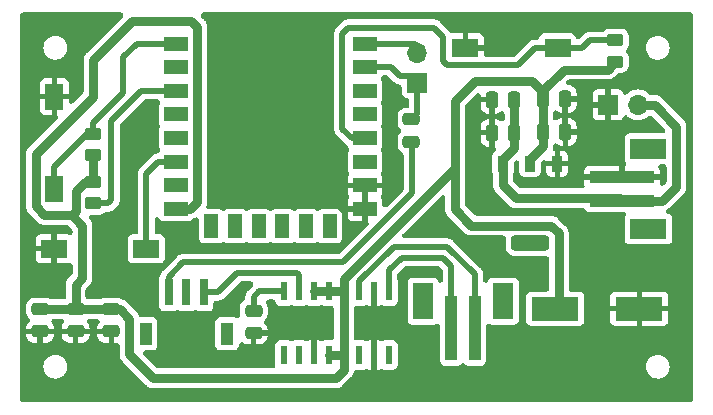
<source format=gbr>
%TF.GenerationSoftware,KiCad,Pcbnew,7.0.10*%
%TF.CreationDate,2024-12-02T13:53:08-05:00*%
%TF.ProjectId,App_audio,4170705f-6175-4646-996f-2e6b69636164,rev?*%
%TF.SameCoordinates,Original*%
%TF.FileFunction,Copper,L1,Top*%
%TF.FilePolarity,Positive*%
%FSLAX46Y46*%
G04 Gerber Fmt 4.6, Leading zero omitted, Abs format (unit mm)*
G04 Created by KiCad (PCBNEW 7.0.10) date 2024-12-02 13:53:08*
%MOMM*%
%LPD*%
G01*
G04 APERTURE LIST*
G04 Aperture macros list*
%AMRoundRect*
0 Rectangle with rounded corners*
0 $1 Rounding radius*
0 $2 $3 $4 $5 $6 $7 $8 $9 X,Y pos of 4 corners*
0 Add a 4 corners polygon primitive as box body*
4,1,4,$2,$3,$4,$5,$6,$7,$8,$9,$2,$3,0*
0 Add four circle primitives for the rounded corners*
1,1,$1+$1,$2,$3*
1,1,$1+$1,$4,$5*
1,1,$1+$1,$6,$7*
1,1,$1+$1,$8,$9*
0 Add four rect primitives between the rounded corners*
20,1,$1+$1,$2,$3,$4,$5,0*
20,1,$1+$1,$4,$5,$6,$7,0*
20,1,$1+$1,$6,$7,$8,$9,0*
20,1,$1+$1,$8,$9,$2,$3,0*%
G04 Aperture macros list end*
%TA.AperFunction,SMDPad,CuDef*%
%ADD10RoundRect,0.250000X0.475000X-0.250000X0.475000X0.250000X-0.475000X0.250000X-0.475000X-0.250000X0*%
%TD*%
%TA.AperFunction,SMDPad,CuDef*%
%ADD11R,0.700000X2.300000*%
%TD*%
%TA.AperFunction,SMDPad,CuDef*%
%ADD12R,1.100000X1.900000*%
%TD*%
%TA.AperFunction,SMDPad,CuDef*%
%ADD13RoundRect,0.250000X-0.250000X-0.475000X0.250000X-0.475000X0.250000X0.475000X-0.250000X0.475000X0*%
%TD*%
%TA.AperFunction,SMDPad,CuDef*%
%ADD14R,4.000000X2.000000*%
%TD*%
%TA.AperFunction,SMDPad,CuDef*%
%ADD15R,2.000000X1.200000*%
%TD*%
%TA.AperFunction,SMDPad,CuDef*%
%ADD16R,1.200000X2.000000*%
%TD*%
%TA.AperFunction,SMDPad,CuDef*%
%ADD17R,0.600000X1.600000*%
%TD*%
%TA.AperFunction,SMDPad,CuDef*%
%ADD18R,1.549400X2.209800*%
%TD*%
%TA.AperFunction,SMDPad,CuDef*%
%ADD19RoundRect,0.250000X0.450000X-0.262500X0.450000X0.262500X-0.450000X0.262500X-0.450000X-0.262500X0*%
%TD*%
%TA.AperFunction,SMDPad,CuDef*%
%ADD20RoundRect,0.250000X-0.475000X0.250000X-0.475000X-0.250000X0.475000X-0.250000X0.475000X0.250000X0*%
%TD*%
%TA.AperFunction,ComponentPad*%
%ADD21R,1.700000X1.700000*%
%TD*%
%TA.AperFunction,ComponentPad*%
%ADD22O,1.700000X1.700000*%
%TD*%
%TA.AperFunction,SMDPad,CuDef*%
%ADD23RoundRect,0.250000X-0.450000X0.262500X-0.450000X-0.262500X0.450000X-0.262500X0.450000X0.262500X0*%
%TD*%
%TA.AperFunction,SMDPad,CuDef*%
%ADD24RoundRect,0.065100X-0.399900X0.589900X-0.399900X-0.589900X0.399900X-0.589900X0.399900X0.589900X0*%
%TD*%
%TA.AperFunction,SMDPad,CuDef*%
%ADD25RoundRect,0.314400X-1.305600X0.340600X-1.305600X-0.340600X1.305600X-0.340600X1.305600X0.340600X0*%
%TD*%
%TA.AperFunction,SMDPad,CuDef*%
%ADD26R,2.209800X1.549400*%
%TD*%
%TA.AperFunction,SMDPad,CuDef*%
%ADD27R,5.511800X0.990600*%
%TD*%
%TA.AperFunction,SMDPad,CuDef*%
%ADD28R,3.098800X1.701800*%
%TD*%
%TA.AperFunction,SMDPad,CuDef*%
%ADD29R,0.990600X5.511800*%
%TD*%
%TA.AperFunction,SMDPad,CuDef*%
%ADD30R,1.701800X3.098800*%
%TD*%
%TA.AperFunction,Conductor*%
%ADD31C,0.500000*%
%TD*%
%TA.AperFunction,Conductor*%
%ADD32C,0.762000*%
%TD*%
%TA.AperFunction,Conductor*%
%ADD33C,0.508000*%
%TD*%
G04 APERTURE END LIST*
D10*
%TO.P,C9,1*%
%TO.N,GND*%
X44716600Y-52014200D03*
%TO.P,C9,2*%
%TO.N,VCC*%
X44716600Y-50114200D03*
%TD*%
D11*
%TO.P,P1,1,1*%
%TO.N,Net-(C5-Pad2)*%
X52582400Y-48691922D03*
%TO.P,P1,2,2*%
%TO.N,unconnected-(P1-Pad2)*%
X54081000Y-48697000D03*
%TO.P,P1,3,3*%
%TO.N,Net-(U3-INL)*%
X55581000Y-48697000D03*
D12*
%TO.P,P1,P1*%
%TO.N,N/C*%
X50632400Y-52191920D03*
%TO.P,P1,P2*%
X57531000Y-52197000D03*
%TD*%
D13*
%TO.P,C2,1*%
%TO.N,GND*%
X79959800Y-32401500D03*
%TO.P,C2,2*%
%TO.N,/VIN*%
X81859800Y-32401500D03*
%TD*%
D14*
%TO.P,C8,1*%
%TO.N,GND*%
X92430600Y-50088800D03*
%TO.P,C8,2*%
%TO.N,VCC*%
X85330600Y-50088800D03*
%TD*%
D15*
%TO.P,U1,1,RST*%
%TO.N,/RST*%
X53214000Y-27635000D03*
%TO.P,U1,2,ADC*%
%TO.N,unconnected-(U1-ADC-Pad2)*%
X53214000Y-29635000D03*
%TO.P,U1,3,EN*%
%TO.N,Net-(U1-EN)*%
X53214000Y-31635000D03*
%TO.P,U1,4,GPIO16*%
%TO.N,unconnected-(U1-GPIO16-Pad4)*%
X53214000Y-33635000D03*
%TO.P,U1,5,GPIO14*%
%TO.N,unconnected-(U1-GPIO14-Pad5)*%
X53214000Y-35635000D03*
%TO.P,U1,6,GPIO12*%
%TO.N,Net-(U1-GPIO12)*%
X53214000Y-37635000D03*
%TO.P,U1,7,GPIO13*%
%TO.N,unconnected-(U1-GPIO13-Pad7)*%
X53214000Y-39635000D03*
%TO.P,U1,8,VCC*%
%TO.N,VCC*%
X53214000Y-41635000D03*
D16*
%TO.P,U1,9,CS0*%
%TO.N,unconnected-(U1-CS0-Pad9)*%
X56214000Y-43115000D03*
%TO.P,U1,10,MISO*%
%TO.N,unconnected-(U1-MISO-Pad10)*%
X58214000Y-43115000D03*
%TO.P,U1,11,IO9*%
%TO.N,unconnected-(U1-IO9-Pad11)*%
X60214000Y-43115000D03*
%TO.P,U1,12,IO10*%
%TO.N,unconnected-(U1-IO10-Pad12)*%
X62214000Y-43115000D03*
%TO.P,U1,13,MOSI*%
%TO.N,unconnected-(U1-MOSI-Pad13)*%
X64214000Y-43115000D03*
%TO.P,U1,14,SCLK*%
%TO.N,unconnected-(U1-SCLK-Pad14)*%
X66214000Y-43115000D03*
D15*
%TO.P,U1,15,GND*%
%TO.N,GND*%
X69214000Y-41635000D03*
%TO.P,U1,16,GPIO15*%
X69214000Y-39635000D03*
%TO.P,U1,17,GPIO2*%
%TO.N,unconnected-(U1-GPIO2-Pad17)*%
X69214000Y-37635000D03*
%TO.P,U1,18,GPIO0*%
%TO.N,/boot*%
X69214000Y-35635000D03*
%TO.P,U1,19,GPIO4*%
%TO.N,unconnected-(U1-GPIO4-Pad19)*%
X69214000Y-33635000D03*
%TO.P,U1,20,GPIO5*%
%TO.N,unconnected-(U1-GPIO5-Pad20)*%
X69214000Y-31635000D03*
%TO.P,U1,21,RXD*%
%TO.N,/INL*%
X69214000Y-29635000D03*
%TO.P,U1,22,TXD*%
%TO.N,Net-(J3-Pin_2)*%
X69214000Y-27635000D03*
%TD*%
D17*
%TO.P,U3,1,+OUT_L*%
%TO.N,Net-(U3-+OUT_L)*%
X71247000Y-48590200D03*
%TO.P,U3,2,PGND@1*%
%TO.N,GND*%
X69977000Y-48590200D03*
%TO.P,U3,3,-OUT_L*%
%TO.N,Net-(U3--OUT_L)*%
X68707000Y-48590200D03*
%TO.P,U3,4,PVDD@1*%
%TO.N,VCC*%
X67437000Y-48590200D03*
%TO.P,U3,5,MUTE*%
X66167000Y-48590200D03*
%TO.P,U3,6,VDD*%
X64897000Y-48590200D03*
%TO.P,U3,7,INL*%
%TO.N,Net-(U3-INL)*%
X63627000Y-48590200D03*
%TO.P,U3,8,VREF*%
%TO.N,Net-(U3-VREF)*%
X62357000Y-48590200D03*
%TO.P,U3,9*%
%TO.N,N/C*%
X62357000Y-53990200D03*
%TO.P,U3,10,INR*%
%TO.N,unconnected-(U3-INR-Pad10)*%
X63627000Y-53990200D03*
%TO.P,U3,11,GND*%
%TO.N,GND*%
X64897000Y-53990200D03*
%TO.P,U3,12,SHND*%
%TO.N,VCC*%
X66167000Y-53990200D03*
%TO.P,U3,13,PVDD@2*%
X67437000Y-53990200D03*
%TO.P,U3,14,-OUT_R*%
%TO.N,unconnected-(U3--OUT_R-Pad14)*%
X68707000Y-53990200D03*
%TO.P,U3,15,PGND@2*%
%TO.N,GND*%
X69977000Y-53990200D03*
%TO.P,U3,16,+OUT_R*%
%TO.N,unconnected-(U3-+OUT_R-Pad16)*%
X71247000Y-53990200D03*
%TD*%
D18*
%TO.P,SW3,1,1*%
%TO.N,/RST*%
X42926000Y-39932396D03*
%TO.P,SW3,2,2*%
%TO.N,GND*%
X42926000Y-32131000D03*
%TD*%
D19*
%TO.P,R2,1*%
%TO.N,VCC*%
X90424000Y-29168500D03*
%TO.P,R2,2*%
%TO.N,/boot*%
X90424000Y-27343500D03*
%TD*%
D20*
%TO.P,C7,1*%
%TO.N,VCC*%
X41706600Y-50114200D03*
%TO.P,C7,2*%
%TO.N,GND*%
X41706600Y-52014200D03*
%TD*%
D21*
%TO.P,J5,1,Pin_1*%
%TO.N,GND*%
X89794800Y-32828000D03*
D22*
%TO.P,J5,2,Pin_2*%
%TO.N,/VIN*%
X92334800Y-32828000D03*
%TD*%
D23*
%TO.P,R1,1*%
%TO.N,/RST*%
X46228000Y-35282500D03*
%TO.P,R1,2*%
%TO.N,VCC*%
X46228000Y-37107500D03*
%TD*%
D13*
%TO.P,C3,1*%
%TO.N,VCC*%
X84277800Y-32320000D03*
%TO.P,C3,2*%
%TO.N,GND*%
X86177800Y-32320000D03*
%TD*%
D24*
%TO.P,U2,1,GND/ADJ*%
%TO.N,GND*%
X85485800Y-37819500D03*
%TO.P,U2,2,VOUT*%
%TO.N,VCC*%
X83195800Y-37819500D03*
%TO.P,U2,3,VIN*%
%TO.N,/VIN*%
X80905800Y-37819500D03*
D25*
%TO.P,U2,4*%
%TO.N,N/C*%
X83195800Y-44509500D03*
%TD*%
D26*
%TO.P,SW1,1,1*%
%TO.N,GND*%
X42897004Y-45008800D03*
%TO.P,SW1,2,2*%
%TO.N,Net-(U1-GPIO12)*%
X50698400Y-45008800D03*
%TD*%
D20*
%TO.P,C6,1*%
%TO.N,Net-(U3-VREF)*%
X59791600Y-50241200D03*
%TO.P,C6,2*%
%TO.N,GND*%
X59791600Y-52141200D03*
%TD*%
D10*
%TO.P,C10,1*%
%TO.N,GND*%
X47726600Y-52014200D03*
%TO.P,C10,2*%
%TO.N,VCC*%
X47726600Y-50114200D03*
%TD*%
D20*
%TO.P,C5,1*%
%TO.N,/INL*%
X73152000Y-34066400D03*
%TO.P,C5,2*%
%TO.N,Net-(C5-Pad2)*%
X73152000Y-35966400D03*
%TD*%
D13*
%TO.P,C4,1*%
%TO.N,VCC*%
X84277800Y-35114000D03*
%TO.P,C4,2*%
%TO.N,GND*%
X86177800Y-35114000D03*
%TD*%
D27*
%TO.P,J2,1,1*%
%TO.N,GND*%
X90967999Y-38939999D03*
%TO.P,J2,2,2*%
%TO.N,/VIN*%
X90967999Y-40940001D03*
D28*
%TO.P,J2,3*%
%TO.N,N/C*%
X93218000Y-36540002D03*
%TO.P,J2,4*%
X93218000Y-43339998D03*
%TD*%
D13*
%TO.P,C1,1*%
%TO.N,GND*%
X79959800Y-35195500D03*
%TO.P,C1,2*%
%TO.N,/VIN*%
X81859800Y-35195500D03*
%TD*%
D29*
%TO.P,J1,1,1*%
%TO.N,Net-(U3-+OUT_L)*%
X76517197Y-51703801D03*
%TO.P,J1,2,2*%
%TO.N,Net-(U3--OUT_L)*%
X78517199Y-51703801D03*
D30*
%TO.P,J1,3*%
%TO.N,N/C*%
X74117200Y-49453800D03*
%TO.P,J1,4*%
X80917196Y-49453800D03*
%TD*%
D19*
%TO.P,R4,1*%
%TO.N,Net-(U1-EN)*%
X46228000Y-41171500D03*
%TO.P,R4,2*%
%TO.N,VCC*%
X46228000Y-39346500D03*
%TD*%
D26*
%TO.P,SW2,1,1*%
%TO.N,/boot*%
X85525396Y-28002000D03*
%TO.P,SW2,2,2*%
%TO.N,GND*%
X77724000Y-28002000D03*
%TD*%
D21*
%TO.P,J3,1,Pin_1*%
%TO.N,/INL*%
X73647968Y-30944000D03*
D22*
%TO.P,J3,2,Pin_2*%
%TO.N,Net-(J3-Pin_2)*%
X73647968Y-28404000D03*
%TD*%
D31*
%TO.N,GND*%
X79959800Y-32401500D02*
X79959800Y-35195500D01*
X86177800Y-32320000D02*
X86177800Y-35114000D01*
D32*
%TO.N,VCC*%
X46228000Y-37361500D02*
X46228000Y-39092500D01*
X67437000Y-53990200D02*
X67437000Y-55270400D01*
X44716600Y-50114200D02*
X41706600Y-50114200D01*
X45288200Y-43053000D02*
X45288200Y-47472600D01*
X46228000Y-32131000D02*
X41340300Y-37018700D01*
D31*
X47726600Y-50114200D02*
X48056800Y-50114200D01*
D32*
X84277800Y-31699800D02*
X83374000Y-30796000D01*
X86027800Y-29845000D02*
X89747500Y-29845000D01*
X66167000Y-48590200D02*
X64897000Y-48590200D01*
X46228000Y-39346500D02*
X45528000Y-39346500D01*
X83374000Y-30796000D02*
X78551000Y-30796000D01*
X76835000Y-32512000D02*
X76835000Y-37642800D01*
X66725800Y-55981600D02*
X51300080Y-55981600D01*
X84277800Y-36318000D02*
X84277800Y-35114000D01*
X84277800Y-32320000D02*
X84277800Y-31699800D01*
X89747500Y-29845000D02*
X90424000Y-29168500D01*
X85626800Y-49792600D02*
X85330600Y-50088800D01*
X67437000Y-48590200D02*
X67437000Y-53990200D01*
X67437000Y-55270400D02*
X66725800Y-55981600D01*
X76835000Y-37642800D02*
X76835000Y-38152680D01*
X46482000Y-37107500D02*
X46228000Y-37361500D01*
X83195800Y-37400000D02*
X84277800Y-36318000D01*
X83195800Y-37819500D02*
X83195800Y-37400000D01*
X44716600Y-48044200D02*
X44716600Y-50114200D01*
X54517000Y-25716000D02*
X49530000Y-25716000D01*
X67437000Y-48590200D02*
X66167000Y-48590200D01*
X67437000Y-47550680D02*
X67437000Y-48590200D01*
X49262600Y-53944120D02*
X49262600Y-50925200D01*
X46228000Y-29018000D02*
X46228000Y-32131000D01*
X76835000Y-41656000D02*
X78222500Y-43043500D01*
X84277800Y-32320000D02*
X84277800Y-31595000D01*
X49262600Y-50925200D02*
X48451600Y-50114200D01*
X78222500Y-43043500D02*
X84967556Y-43043500D01*
X54436000Y-41635000D02*
X55025000Y-41046000D01*
X84967556Y-43043500D02*
X85626800Y-43702744D01*
X78551000Y-30796000D02*
X76835000Y-32512000D01*
X84277800Y-31595000D02*
X86027800Y-29845000D01*
X51300080Y-55981600D02*
X49262600Y-53944120D01*
X44717000Y-40157500D02*
X44717000Y-41795400D01*
X45528000Y-39346500D02*
X44717000Y-40157500D01*
X53214000Y-41635000D02*
X54436000Y-41635000D01*
X76835000Y-38152680D02*
X67437000Y-47550680D01*
X44717000Y-41795400D02*
X44373800Y-42138600D01*
X42076900Y-42138600D02*
X41340300Y-41402000D01*
X55025000Y-26224000D02*
X54517000Y-25716000D01*
X49530000Y-25716000D02*
X46228000Y-29018000D01*
X44716600Y-50114200D02*
X47726600Y-50114200D01*
X85626800Y-43702744D02*
X85626800Y-49792600D01*
X55025000Y-41046000D02*
X55025000Y-26224000D01*
X45288200Y-47472600D02*
X44716600Y-48044200D01*
X46228000Y-39092500D02*
X46482000Y-39346500D01*
X44373800Y-42138600D02*
X42076900Y-42138600D01*
X67437000Y-53990200D02*
X66167000Y-53990200D01*
X41340300Y-37018700D02*
X41340300Y-41402000D01*
X48451600Y-50114200D02*
X47726600Y-50114200D01*
X84277800Y-32320000D02*
X84277800Y-35114000D01*
X76835000Y-37642800D02*
X76835000Y-41656000D01*
X44373800Y-42138600D02*
X45288200Y-43053000D01*
D31*
%TO.N,/INL*%
X71418000Y-29635000D02*
X72187000Y-30404000D01*
X72187000Y-30404000D02*
X73660000Y-30404000D01*
X73647968Y-33570432D02*
X73152000Y-34066400D01*
X69214000Y-29635000D02*
X71418000Y-29635000D01*
X73647968Y-30944000D02*
X73647968Y-33570432D01*
%TO.N,Net-(J3-Pin_2)*%
X69214000Y-27635000D02*
X73431000Y-27635000D01*
X73431000Y-27635000D02*
X73660000Y-27864000D01*
X69443000Y-27864000D02*
X69214000Y-27635000D01*
%TO.N,/boot*%
X75057000Y-26289000D02*
X75819000Y-27051000D01*
X87630000Y-28002000D02*
X88288500Y-27343500D01*
X85525396Y-28002000D02*
X87630000Y-28002000D01*
X82176300Y-29456700D02*
X83631000Y-28002000D01*
X75819000Y-29083000D02*
X76192700Y-29456700D01*
X88288500Y-27343500D02*
X90424000Y-27343500D01*
X67310000Y-34860000D02*
X67310000Y-26797000D01*
X69214000Y-35635000D02*
X68085000Y-35635000D01*
X67818000Y-26289000D02*
X75057000Y-26289000D01*
X68085000Y-35635000D02*
X67310000Y-34860000D01*
X75819000Y-27051000D02*
X75819000Y-29083000D01*
X83631000Y-28002000D02*
X85525396Y-28002000D01*
X67310000Y-26797000D02*
X67818000Y-26289000D01*
X76192700Y-29456700D02*
X82176300Y-29456700D01*
%TO.N,Net-(U1-EN)*%
X47752000Y-40855500D02*
X47436000Y-41171500D01*
X53214000Y-31635000D02*
X50280000Y-31635000D01*
X50280000Y-31635000D02*
X47752000Y-34163000D01*
X47436000Y-41171500D02*
X46228000Y-41171500D01*
X47752000Y-34163000D02*
X47752000Y-40855500D01*
D32*
%TO.N,/VIN*%
X93736800Y-32828000D02*
X92334800Y-32828000D01*
X90769598Y-40741600D02*
X90967999Y-40940001D01*
X80905800Y-39630800D02*
X82016600Y-40741600D01*
X94387799Y-40940001D02*
X90967999Y-40940001D01*
X95578400Y-39749400D02*
X95578400Y-34669600D01*
X80905800Y-37819500D02*
X80905800Y-39630800D01*
X81859800Y-32401500D02*
X81859800Y-35195500D01*
X82016600Y-40741600D02*
X90769598Y-40741600D01*
X95578400Y-34669600D02*
X93736800Y-32828000D01*
X80905800Y-37819500D02*
X80905800Y-37404000D01*
X81859800Y-36450000D02*
X81859800Y-35195500D01*
X80905800Y-37404000D02*
X81859800Y-36450000D01*
X94387799Y-40940001D02*
X95578400Y-39749400D01*
D31*
%TO.N,Net-(C5-Pad2)*%
X73177400Y-40309800D02*
X73177400Y-35991800D01*
X73177400Y-35991800D02*
X73152000Y-35966400D01*
X67335400Y-46151800D02*
X73177400Y-40309800D01*
X52582400Y-48691922D02*
X52582400Y-47392000D01*
X52582400Y-47392000D02*
X53822600Y-46151800D01*
X53822600Y-46151800D02*
X67335400Y-46151800D01*
%TO.N,/RST*%
X46228000Y-34371781D02*
X46228000Y-34544000D01*
X48768000Y-28795634D02*
X48768000Y-31831781D01*
D33*
X51706000Y-27635000D02*
X53214000Y-27635000D01*
D31*
X45692500Y-35282500D02*
X46228000Y-35282500D01*
X42926000Y-38049000D02*
X45692500Y-35282500D01*
X51706000Y-27635000D02*
X49928634Y-27635000D01*
X42926000Y-39932396D02*
X42926000Y-38049000D01*
X46228000Y-34544000D02*
X46228000Y-35282500D01*
X49928634Y-27635000D02*
X48768000Y-28795634D01*
X48768000Y-31831781D02*
X46228000Y-34371781D01*
%TO.N,Net-(U3-VREF)*%
X59791600Y-50241200D02*
X59791600Y-49072800D01*
X59791600Y-49072800D02*
X60274200Y-48590200D01*
X60274200Y-48590200D02*
X62357000Y-48590200D01*
%TO.N,Net-(U3-+OUT_L)*%
X71247000Y-48590200D02*
X71247000Y-46827800D01*
X72313800Y-45761000D02*
X75783800Y-45761000D01*
X76517197Y-46494397D02*
X76517197Y-51703801D01*
X75783800Y-45761000D02*
X76517197Y-46494397D01*
X71247000Y-46827800D02*
X72313800Y-45761000D01*
%TO.N,Net-(U3--OUT_L)*%
X71657160Y-44831000D02*
X76169018Y-44831000D01*
X78517199Y-47179181D02*
X78517199Y-51703801D01*
X68707000Y-48590200D02*
X68707000Y-47781160D01*
X68707000Y-47781160D02*
X71657160Y-44831000D01*
X76169018Y-44831000D02*
X78517199Y-47179181D01*
%TO.N,Net-(U3-INL)*%
X55581000Y-48697000D02*
X56754000Y-48697000D01*
X63627000Y-47269400D02*
X63439400Y-47081800D01*
X63439400Y-47081800D02*
X58369200Y-47081800D01*
X56754000Y-48697000D02*
X58369200Y-47081800D01*
X63627000Y-48590200D02*
X63627000Y-47269400D01*
%TO.N,unconnected-(U1-GPIO13-Pad7)*%
X53214000Y-39635000D02*
X52539000Y-39635000D01*
X53214000Y-39635000D02*
X52440000Y-39635000D01*
D33*
X53202000Y-39294000D02*
X53214000Y-39306000D01*
D31*
%TO.N,unconnected-(U1-GPIO4-Pad19)*%
X69214000Y-33635000D02*
X69423000Y-33844000D01*
%TO.N,Net-(U1-GPIO12)*%
X50698400Y-38650600D02*
X51714000Y-37635000D01*
X50698400Y-45008800D02*
X50698400Y-38650600D01*
X51714000Y-37635000D02*
X53214000Y-37635000D01*
%TD*%
%TA.AperFunction,Conductor*%
%TO.N,GND*%
G36*
X48619905Y-25019866D02*
G01*
X48695260Y-25074615D01*
X48741833Y-25155280D01*
X48751569Y-25247914D01*
X48722786Y-25336500D01*
X48687188Y-25382892D01*
X45670373Y-28399706D01*
X45657001Y-28412033D01*
X45620777Y-28442803D01*
X45620771Y-28442809D01*
X45574673Y-28503449D01*
X45570943Y-28508220D01*
X45523261Y-28567541D01*
X45517168Y-28577072D01*
X45511321Y-28586790D01*
X45479339Y-28655916D01*
X45476721Y-28661380D01*
X45451195Y-28712850D01*
X45442898Y-28729579D01*
X45439006Y-28740171D01*
X45435381Y-28750930D01*
X45435380Y-28750935D01*
X45419005Y-28825320D01*
X45417632Y-28831179D01*
X45399253Y-28905084D01*
X45397727Y-28916281D01*
X45396500Y-28927569D01*
X45396500Y-29003688D01*
X45396418Y-29009753D01*
X45394355Y-29085877D01*
X45395342Y-29097983D01*
X45394569Y-29098045D01*
X45396500Y-29118351D01*
X45396500Y-31693796D01*
X45377134Y-31784905D01*
X45330892Y-31852188D01*
X44533091Y-32649987D01*
X44454973Y-32700717D01*
X44362975Y-32715288D01*
X44273005Y-32691180D01*
X44200618Y-32632563D01*
X44158332Y-32549570D01*
X44150699Y-32491594D01*
X44150700Y-32356000D01*
X43151000Y-32356000D01*
X43151000Y-33685899D01*
X43165698Y-33700597D01*
X43216428Y-33778715D01*
X43230999Y-33870712D01*
X43206891Y-33960683D01*
X43165698Y-34017381D01*
X40782673Y-36400406D01*
X40769301Y-36412733D01*
X40733077Y-36443503D01*
X40733071Y-36443509D01*
X40686973Y-36504149D01*
X40683243Y-36508920D01*
X40635561Y-36568241D01*
X40629468Y-36577772D01*
X40623621Y-36587490D01*
X40591639Y-36656616D01*
X40589021Y-36662080D01*
X40556632Y-36727388D01*
X40555198Y-36730279D01*
X40551306Y-36740871D01*
X40547681Y-36751630D01*
X40547680Y-36751635D01*
X40531305Y-36826020D01*
X40529932Y-36831879D01*
X40511553Y-36905784D01*
X40510027Y-36916981D01*
X40508800Y-36928269D01*
X40508800Y-37004388D01*
X40508718Y-37010453D01*
X40506655Y-37086577D01*
X40507642Y-37098683D01*
X40506869Y-37098745D01*
X40508800Y-37119051D01*
X40508800Y-41359100D01*
X40508061Y-41377280D01*
X40504203Y-41424646D01*
X40504204Y-41424649D01*
X40514483Y-41500101D01*
X40515220Y-41506116D01*
X40518694Y-41538058D01*
X40522715Y-41575030D01*
X40523452Y-41581801D01*
X40525887Y-41592866D01*
X40528622Y-41603864D01*
X40554870Y-41675310D01*
X40556884Y-41681029D01*
X40581200Y-41753196D01*
X40585956Y-41763475D01*
X40590988Y-41773621D01*
X40631996Y-41837779D01*
X40635191Y-41842931D01*
X40674441Y-41908165D01*
X40681292Y-41917177D01*
X40688398Y-41926017D01*
X40742225Y-41979844D01*
X40746456Y-41984191D01*
X40768248Y-42007197D01*
X40798824Y-42039475D01*
X40798828Y-42039477D01*
X40808078Y-42047334D01*
X40807575Y-42047925D01*
X40823298Y-42060917D01*
X41458598Y-42696216D01*
X41470930Y-42709593D01*
X41501705Y-42745824D01*
X41501708Y-42745827D01*
X41562338Y-42791917D01*
X41567114Y-42795651D01*
X41626442Y-42843339D01*
X41636012Y-42849456D01*
X41645683Y-42855275D01*
X41645688Y-42855277D01*
X41645689Y-42855278D01*
X41714823Y-42887262D01*
X41720261Y-42889868D01*
X41788470Y-42923698D01*
X41788473Y-42923698D01*
X41799077Y-42927594D01*
X41809841Y-42931222D01*
X41884159Y-42947580D01*
X41890066Y-42948964D01*
X41963986Y-42967347D01*
X41963991Y-42967347D01*
X41975208Y-42968875D01*
X41986468Y-42970100D01*
X41986469Y-42970100D01*
X42062588Y-42970100D01*
X42068653Y-42970182D01*
X42144777Y-42972244D01*
X42144778Y-42972243D01*
X42144782Y-42972244D01*
X42144785Y-42972243D01*
X42156883Y-42971258D01*
X42156945Y-42972030D01*
X42177251Y-42970100D01*
X43936597Y-42970100D01*
X44027706Y-42989466D01*
X44094989Y-43035708D01*
X44391092Y-43331810D01*
X44441822Y-43409927D01*
X44456700Y-43490202D01*
X44456700Y-43600787D01*
X44437334Y-43691896D01*
X44382585Y-43767251D01*
X44301920Y-43813824D01*
X44209286Y-43823560D01*
X44158719Y-43812217D01*
X44086515Y-43786952D01*
X44086511Y-43786951D01*
X44056102Y-43784100D01*
X43122004Y-43784100D01*
X43122004Y-46233499D01*
X44056099Y-46233499D01*
X44056119Y-46233498D01*
X44086506Y-46230649D01*
X44158718Y-46205382D01*
X44251111Y-46193570D01*
X44340320Y-46220359D01*
X44410920Y-46281116D01*
X44450705Y-46365336D01*
X44456700Y-46416812D01*
X44456700Y-47035396D01*
X44437334Y-47126505D01*
X44391092Y-47193788D01*
X44158973Y-47425906D01*
X44145601Y-47438233D01*
X44109377Y-47469003D01*
X44109371Y-47469009D01*
X44063273Y-47529649D01*
X44059543Y-47534420D01*
X44011861Y-47593741D01*
X44005768Y-47603272D01*
X43999921Y-47612990D01*
X43967939Y-47682116D01*
X43965321Y-47687580D01*
X43960921Y-47696451D01*
X43934178Y-47750376D01*
X43931498Y-47755779D01*
X43927606Y-47766371D01*
X43923981Y-47777130D01*
X43923980Y-47777135D01*
X43907605Y-47851520D01*
X43906232Y-47857379D01*
X43887853Y-47931284D01*
X43886327Y-47942481D01*
X43885100Y-47953769D01*
X43885100Y-48029888D01*
X43885018Y-48035953D01*
X43882955Y-48112077D01*
X43883942Y-48124183D01*
X43883169Y-48124245D01*
X43885100Y-48144551D01*
X43885100Y-49058700D01*
X43865734Y-49149809D01*
X43810985Y-49225164D01*
X43730320Y-49271737D01*
X43661100Y-49282700D01*
X42636175Y-49282700D01*
X42545066Y-49263334D01*
X42520291Y-49250395D01*
X42471205Y-49220721D01*
X42308798Y-49170114D01*
X42285269Y-49167976D01*
X42238216Y-49163700D01*
X41174984Y-49163700D01*
X41134652Y-49167365D01*
X41104401Y-49170114D01*
X40941995Y-49220721D01*
X40796413Y-49308729D01*
X40676129Y-49429013D01*
X40588121Y-49574595D01*
X40537514Y-49737001D01*
X40537514Y-49737004D01*
X40532467Y-49792548D01*
X40531100Y-49807588D01*
X40531100Y-50420811D01*
X40537514Y-50491398D01*
X40583490Y-50638942D01*
X40588122Y-50653806D01*
X40676109Y-50799354D01*
X40676129Y-50799386D01*
X40782905Y-50906162D01*
X40833635Y-50984280D01*
X40848206Y-51076277D01*
X40824098Y-51166248D01*
X40782905Y-51222946D01*
X40676525Y-51329325D01*
X40588585Y-51474793D01*
X40588581Y-51474801D01*
X40538009Y-51637091D01*
X40531600Y-51707627D01*
X40531600Y-51789200D01*
X42881599Y-51789200D01*
X42881599Y-51707633D01*
X42881598Y-51707617D01*
X42875192Y-51637100D01*
X42875190Y-51637091D01*
X42824618Y-51474803D01*
X42824614Y-51474793D01*
X42736674Y-51329325D01*
X42735441Y-51328092D01*
X42734144Y-51326095D01*
X42728317Y-51318657D01*
X42728977Y-51318139D01*
X42684711Y-51249974D01*
X42670140Y-51157977D01*
X42694248Y-51068006D01*
X42752865Y-50995619D01*
X42835858Y-50953333D01*
X42893833Y-50945700D01*
X43529367Y-50945700D01*
X43620476Y-50965066D01*
X43695831Y-51019815D01*
X43742404Y-51100480D01*
X43752140Y-51193114D01*
X43723357Y-51281700D01*
X43687759Y-51328092D01*
X43686525Y-51329325D01*
X43598585Y-51474793D01*
X43598581Y-51474801D01*
X43548009Y-51637091D01*
X43541600Y-51707627D01*
X43541600Y-51789200D01*
X45891599Y-51789200D01*
X45891599Y-51707633D01*
X45891598Y-51707617D01*
X45885192Y-51637100D01*
X45885190Y-51637091D01*
X45834618Y-51474803D01*
X45834614Y-51474793D01*
X45746674Y-51329325D01*
X45745441Y-51328092D01*
X45744144Y-51326095D01*
X45738317Y-51318657D01*
X45738977Y-51318139D01*
X45694711Y-51249974D01*
X45680140Y-51157977D01*
X45704248Y-51068006D01*
X45762865Y-50995619D01*
X45845858Y-50953333D01*
X45903833Y-50945700D01*
X46539367Y-50945700D01*
X46630476Y-50965066D01*
X46705831Y-51019815D01*
X46752404Y-51100480D01*
X46762140Y-51193114D01*
X46733357Y-51281700D01*
X46697759Y-51328092D01*
X46696525Y-51329325D01*
X46608585Y-51474793D01*
X46608581Y-51474801D01*
X46558009Y-51637091D01*
X46551600Y-51707627D01*
X46551600Y-51789200D01*
X47727600Y-51789200D01*
X47818709Y-51808566D01*
X47894064Y-51863315D01*
X47940637Y-51943980D01*
X47951600Y-52013200D01*
X47951600Y-52964199D01*
X48207100Y-52964199D01*
X48298209Y-52983565D01*
X48373564Y-53038314D01*
X48420137Y-53118979D01*
X48431100Y-53188199D01*
X48431100Y-53901220D01*
X48430361Y-53919400D01*
X48426503Y-53966766D01*
X48426504Y-53966769D01*
X48436783Y-54042221D01*
X48437520Y-54048236D01*
X48445752Y-54123921D01*
X48448187Y-54134986D01*
X48450922Y-54145984D01*
X48477170Y-54217430D01*
X48479184Y-54223149D01*
X48503500Y-54295316D01*
X48508256Y-54305595D01*
X48513288Y-54315741D01*
X48554296Y-54379899D01*
X48557491Y-54385051D01*
X48596741Y-54450285D01*
X48603592Y-54459297D01*
X48610698Y-54468137D01*
X48664526Y-54521965D01*
X48668757Y-54526312D01*
X48684479Y-54542910D01*
X48721124Y-54581595D01*
X48721128Y-54581597D01*
X48730378Y-54589454D01*
X48729875Y-54590045D01*
X48745598Y-54603037D01*
X50681778Y-56539216D01*
X50694110Y-56552593D01*
X50724885Y-56588824D01*
X50724888Y-56588827D01*
X50785518Y-56634917D01*
X50790294Y-56638651D01*
X50849622Y-56686339D01*
X50859192Y-56692456D01*
X50868863Y-56698275D01*
X50868868Y-56698277D01*
X50868869Y-56698278D01*
X50938003Y-56730262D01*
X50943441Y-56732868D01*
X51011650Y-56766698D01*
X51011653Y-56766698D01*
X51022257Y-56770594D01*
X51033021Y-56774222D01*
X51107339Y-56790580D01*
X51113246Y-56791964D01*
X51129544Y-56796017D01*
X51187166Y-56810347D01*
X51187171Y-56810347D01*
X51198388Y-56811875D01*
X51209648Y-56813100D01*
X51209649Y-56813100D01*
X51285768Y-56813100D01*
X51291833Y-56813182D01*
X51367957Y-56815244D01*
X51367958Y-56815243D01*
X51367962Y-56815244D01*
X51367965Y-56815243D01*
X51380063Y-56814258D01*
X51380125Y-56815030D01*
X51400431Y-56813100D01*
X66682900Y-56813100D01*
X66701080Y-56813839D01*
X66748446Y-56817696D01*
X66748446Y-56817695D01*
X66748449Y-56817696D01*
X66823905Y-56807414D01*
X66829913Y-56806679D01*
X66905602Y-56798448D01*
X66916646Y-56796017D01*
X66927642Y-56793281D01*
X66927656Y-56793280D01*
X66999157Y-56767011D01*
X67004812Y-56765020D01*
X67076997Y-56740699D01*
X67077003Y-56740694D01*
X67087254Y-56735952D01*
X67097412Y-56730914D01*
X67097424Y-56730910D01*
X67161631Y-56689868D01*
X67166643Y-56686759D01*
X67231970Y-56647455D01*
X67231980Y-56647444D01*
X67240990Y-56640597D01*
X67249807Y-56633508D01*
X67249815Y-56633504D01*
X67303679Y-56579638D01*
X67307951Y-56575480D01*
X67363275Y-56523076D01*
X67363277Y-56523071D01*
X67371138Y-56513818D01*
X67371730Y-56514321D01*
X67384717Y-56498600D01*
X67994625Y-55888691D01*
X68007994Y-55876368D01*
X68044225Y-55845594D01*
X68090332Y-55784939D01*
X68094014Y-55780229D01*
X68141738Y-55720859D01*
X68141743Y-55720848D01*
X68147860Y-55711279D01*
X68153675Y-55701615D01*
X68153675Y-55701614D01*
X68153678Y-55701611D01*
X68185677Y-55632443D01*
X68188256Y-55627062D01*
X68222098Y-55558830D01*
X68222099Y-55558823D01*
X68225995Y-55548219D01*
X68229617Y-55537470D01*
X68229620Y-55537465D01*
X68245982Y-55463127D01*
X68247365Y-55457230D01*
X68258952Y-55410639D01*
X68299734Y-55326897D01*
X68371051Y-55266982D01*
X68460572Y-55241255D01*
X68476330Y-55240700D01*
X69061256Y-55240700D01*
X69061266Y-55240700D01*
X69091699Y-55237846D01*
X69093117Y-55237350D01*
X69219882Y-55192993D01*
X69234720Y-55185151D01*
X69236457Y-55188438D01*
X69294187Y-55162210D01*
X69387329Y-55161503D01*
X69447827Y-55187891D01*
X69449513Y-55184702D01*
X69464357Y-55192547D01*
X69592391Y-55237348D01*
X69592400Y-55237350D01*
X69622787Y-55240199D01*
X70202000Y-55240199D01*
X70331195Y-55240199D01*
X70331215Y-55240198D01*
X70361604Y-55237349D01*
X70489640Y-55192548D01*
X70504487Y-55184702D01*
X70506299Y-55188130D01*
X70563326Y-55162214D01*
X70656467Y-55161499D01*
X70717674Y-55188189D01*
X70719280Y-55185151D01*
X70734117Y-55192993D01*
X70862298Y-55237845D01*
X70862301Y-55237846D01*
X70892734Y-55240700D01*
X70892744Y-55240700D01*
X71601256Y-55240700D01*
X71601266Y-55240700D01*
X71631699Y-55237846D01*
X71633117Y-55237350D01*
X71683820Y-55219608D01*
X71759882Y-55192993D01*
X71869150Y-55112350D01*
X71949793Y-55003082D01*
X71950870Y-55000004D01*
X92994659Y-55000004D01*
X93013974Y-55196126D01*
X93071187Y-55384731D01*
X93164086Y-55558532D01*
X93164093Y-55558542D01*
X93289113Y-55710879D01*
X93289120Y-55710886D01*
X93391162Y-55794630D01*
X93441462Y-55835910D01*
X93441465Y-55835911D01*
X93441467Y-55835913D01*
X93615273Y-55928814D01*
X93615279Y-55928816D01*
X93622903Y-55931128D01*
X93641218Y-55936684D01*
X93650831Y-55939919D01*
X93651797Y-55940169D01*
X93651799Y-55940170D01*
X93653549Y-55940623D01*
X93662388Y-55943106D01*
X93803868Y-55986024D01*
X93830715Y-55988668D01*
X93842670Y-55990172D01*
X93848176Y-55991015D01*
X93848182Y-55991017D01*
X93856052Y-55991416D01*
X93866640Y-55992206D01*
X94000000Y-56005341D01*
X94027784Y-56002604D01*
X94039452Y-56002332D01*
X94039429Y-56001867D01*
X94050769Y-56001291D01*
X94050780Y-56001292D01*
X94062262Y-55999532D01*
X94074147Y-55998038D01*
X94196132Y-55986024D01*
X94227452Y-55976523D01*
X94240334Y-55973600D01*
X94240289Y-55973423D01*
X94251293Y-55970574D01*
X94251293Y-55970573D01*
X94251299Y-55970573D01*
X94264170Y-55965805D01*
X94276864Y-55961533D01*
X94384727Y-55928814D01*
X94417906Y-55911079D01*
X94433357Y-55904128D01*
X94441519Y-55900125D01*
X94441522Y-55900122D01*
X94441530Y-55900120D01*
X94454026Y-55892330D01*
X94466849Y-55884918D01*
X94558538Y-55835910D01*
X94591486Y-55808869D01*
X94611339Y-55794630D01*
X94613678Y-55792819D01*
X94613678Y-55792818D01*
X94613684Y-55792815D01*
X94624437Y-55782592D01*
X94636614Y-55771833D01*
X94710883Y-55710883D01*
X94741146Y-55674006D01*
X94759980Y-55653750D01*
X94760715Y-55653052D01*
X94768897Y-55641295D01*
X94779569Y-55627188D01*
X94835910Y-55558538D01*
X94860876Y-55511829D01*
X94874568Y-55489472D01*
X94876601Y-55486553D01*
X94881841Y-55474341D01*
X94890129Y-55457100D01*
X94928814Y-55384727D01*
X94945745Y-55328912D01*
X94954252Y-55305604D01*
X94956600Y-55300135D01*
X94958995Y-55288478D01*
X94964046Y-55268582D01*
X94986024Y-55196132D01*
X94992286Y-55132542D01*
X94995790Y-55109431D01*
X94997435Y-55101429D01*
X94997949Y-55081086D01*
X94998952Y-55064868D01*
X95005341Y-55000000D01*
X94998952Y-54935136D01*
X94997949Y-54918909D01*
X94997435Y-54898571D01*
X94995793Y-54890582D01*
X94992286Y-54867456D01*
X94986024Y-54803868D01*
X94964048Y-54731423D01*
X94958992Y-54711505D01*
X94956600Y-54699865D01*
X94956599Y-54699864D01*
X94956599Y-54699861D01*
X94954254Y-54694398D01*
X94945745Y-54671089D01*
X94928814Y-54615273D01*
X94890133Y-54542907D01*
X94881844Y-54525665D01*
X94876601Y-54513447D01*
X94874556Y-54510508D01*
X94860869Y-54488157D01*
X94835910Y-54441462D01*
X94779573Y-54372816D01*
X94768886Y-54358688D01*
X94760715Y-54346948D01*
X94759969Y-54346239D01*
X94741142Y-54325988D01*
X94710884Y-54289118D01*
X94710882Y-54289116D01*
X94636635Y-54228182D01*
X94624416Y-54217386D01*
X94613680Y-54207181D01*
X94611374Y-54205396D01*
X94591475Y-54191121D01*
X94558538Y-54164090D01*
X94558536Y-54164089D01*
X94558535Y-54164088D01*
X94483387Y-54123921D01*
X94466882Y-54115098D01*
X94453994Y-54107648D01*
X94441539Y-54099885D01*
X94441534Y-54099882D01*
X94441530Y-54099880D01*
X94441525Y-54099878D01*
X94433362Y-54095874D01*
X94417899Y-54088917D01*
X94384727Y-54071186D01*
X94384724Y-54071185D01*
X94384722Y-54071184D01*
X94276904Y-54038477D01*
X94264144Y-54034184D01*
X94260782Y-54032939D01*
X94251299Y-54029427D01*
X94251296Y-54029426D01*
X94251292Y-54029425D01*
X94240297Y-54026578D01*
X94240342Y-54026404D01*
X94227447Y-54023475D01*
X94196129Y-54013975D01*
X94074189Y-54001965D01*
X94062230Y-54000462D01*
X94050774Y-53998707D01*
X94039451Y-53998133D01*
X94039474Y-53997675D01*
X94027796Y-53997396D01*
X94000000Y-53994659D01*
X93866617Y-54007794D01*
X93856038Y-54008583D01*
X93848185Y-54008982D01*
X93842650Y-54009830D01*
X93830695Y-54011333D01*
X93803877Y-54013974D01*
X93803864Y-54013976D01*
X93662404Y-54056887D01*
X93653555Y-54059374D01*
X93650847Y-54060075D01*
X93641226Y-54063313D01*
X93615270Y-54071186D01*
X93615268Y-54071187D01*
X93441467Y-54164086D01*
X93441457Y-54164093D01*
X93289120Y-54289113D01*
X93289113Y-54289120D01*
X93164095Y-54441455D01*
X93164086Y-54441467D01*
X93071187Y-54615268D01*
X93013974Y-54803873D01*
X92994659Y-54999995D01*
X92994659Y-55000004D01*
X71950870Y-55000004D01*
X71994646Y-54874899D01*
X71997500Y-54844466D01*
X71997500Y-53135934D01*
X71994646Y-53105501D01*
X71989641Y-53091198D01*
X71949794Y-52977321D01*
X71949793Y-52977318D01*
X71869150Y-52868050D01*
X71759882Y-52787407D01*
X71759879Y-52787406D01*
X71759878Y-52787405D01*
X71631701Y-52742554D01*
X71623003Y-52741738D01*
X71601266Y-52739700D01*
X70892734Y-52739700D01*
X70872445Y-52741602D01*
X70862299Y-52742554D01*
X70862297Y-52742554D01*
X70734117Y-52787406D01*
X70719280Y-52795249D01*
X70717544Y-52791965D01*
X70659731Y-52818207D01*
X70566589Y-52818879D01*
X70506175Y-52792502D01*
X70504487Y-52795698D01*
X70489642Y-52787852D01*
X70361607Y-52743051D01*
X70331198Y-52740200D01*
X70202000Y-52740200D01*
X70202000Y-55240199D01*
X69622787Y-55240199D01*
X69751999Y-55240198D01*
X69752000Y-55240198D01*
X69752000Y-52740200D01*
X69751999Y-52740199D01*
X69622806Y-52740200D01*
X69622783Y-52740202D01*
X69592395Y-52743050D01*
X69464359Y-52787851D01*
X69449513Y-52795698D01*
X69447703Y-52792274D01*
X69390572Y-52818207D01*
X69297430Y-52818879D01*
X69236330Y-52792202D01*
X69234720Y-52795249D01*
X69219882Y-52787406D01*
X69091701Y-52742554D01*
X69083003Y-52741738D01*
X69061266Y-52739700D01*
X68492500Y-52739700D01*
X68401391Y-52720334D01*
X68326036Y-52665585D01*
X68279463Y-52584920D01*
X68268500Y-52515700D01*
X68268500Y-50064700D01*
X68287866Y-49973591D01*
X68342615Y-49898236D01*
X68423280Y-49851663D01*
X68492500Y-49840700D01*
X69061256Y-49840700D01*
X69061266Y-49840700D01*
X69091699Y-49837846D01*
X69093117Y-49837350D01*
X69219882Y-49792993D01*
X69234720Y-49785151D01*
X69236457Y-49788438D01*
X69294187Y-49762210D01*
X69387329Y-49761503D01*
X69447827Y-49787891D01*
X69449513Y-49784702D01*
X69464357Y-49792547D01*
X69592391Y-49837348D01*
X69592400Y-49837350D01*
X69622787Y-49840199D01*
X69751999Y-49840198D01*
X69752000Y-49840198D01*
X69752000Y-48589200D01*
X69771366Y-48498091D01*
X69826115Y-48422736D01*
X69906780Y-48376163D01*
X69976000Y-48365200D01*
X69978000Y-48365200D01*
X70069109Y-48384566D01*
X70144464Y-48439315D01*
X70191037Y-48519980D01*
X70202000Y-48589200D01*
X70202000Y-49840199D01*
X70331195Y-49840199D01*
X70331215Y-49840198D01*
X70361604Y-49837349D01*
X70489640Y-49792548D01*
X70504487Y-49784702D01*
X70506299Y-49788130D01*
X70563326Y-49762214D01*
X70656467Y-49761499D01*
X70717674Y-49788189D01*
X70719280Y-49785151D01*
X70734117Y-49792993D01*
X70862298Y-49837845D01*
X70862301Y-49837846D01*
X70892734Y-49840700D01*
X70892744Y-49840700D01*
X71601256Y-49840700D01*
X71601266Y-49840700D01*
X71631699Y-49837846D01*
X71633117Y-49837350D01*
X71645889Y-49832880D01*
X71759882Y-49792993D01*
X71869150Y-49712350D01*
X71949793Y-49603082D01*
X71994646Y-49474899D01*
X71997500Y-49444466D01*
X71997500Y-47735934D01*
X71994646Y-47705501D01*
X71991479Y-47696451D01*
X71960070Y-47606687D01*
X71947500Y-47532705D01*
X71947500Y-47210741D01*
X71966866Y-47119632D01*
X72013108Y-47052349D01*
X72538349Y-46527108D01*
X72616467Y-46476378D01*
X72696741Y-46461500D01*
X75400859Y-46461500D01*
X75491968Y-46480866D01*
X75559251Y-46527108D01*
X75751089Y-46718946D01*
X75801819Y-46797064D01*
X75816697Y-46877338D01*
X75816697Y-47647182D01*
X75797331Y-47738291D01*
X75742582Y-47813646D01*
X75661917Y-47860219D01*
X75569283Y-47869955D01*
X75480697Y-47841172D01*
X75411477Y-47778846D01*
X75381267Y-47721165D01*
X75372619Y-47696451D01*
X75370893Y-47691518D01*
X75290250Y-47582250D01*
X75180982Y-47501607D01*
X75180979Y-47501606D01*
X75180978Y-47501605D01*
X75052801Y-47456754D01*
X75044103Y-47455938D01*
X75022366Y-47453900D01*
X73212034Y-47453900D01*
X73191745Y-47455802D01*
X73181599Y-47456754D01*
X73181597Y-47456754D01*
X73053421Y-47501605D01*
X73053418Y-47501606D01*
X73053418Y-47501607D01*
X72944150Y-47582250D01*
X72866414Y-47687580D01*
X72863505Y-47691521D01*
X72818654Y-47819697D01*
X72818654Y-47819699D01*
X72818654Y-47819701D01*
X72815800Y-47850134D01*
X72815800Y-51057466D01*
X72817564Y-51076277D01*
X72818654Y-51087900D01*
X72818654Y-51087902D01*
X72863505Y-51216078D01*
X72863506Y-51216079D01*
X72863507Y-51216082D01*
X72944150Y-51325350D01*
X73053418Y-51405993D01*
X73181601Y-51450846D01*
X73212034Y-51453700D01*
X73212044Y-51453700D01*
X75022356Y-51453700D01*
X75022366Y-51453700D01*
X75052799Y-51450846D01*
X75180982Y-51405993D01*
X75214382Y-51381343D01*
X75299188Y-51342822D01*
X75392330Y-51342126D01*
X75477702Y-51379374D01*
X75540544Y-51448126D01*
X75569989Y-51536494D01*
X75571397Y-51561573D01*
X75571397Y-54513967D01*
X75572494Y-54525665D01*
X75574251Y-54544401D01*
X75574251Y-54544403D01*
X75619102Y-54672579D01*
X75619103Y-54672580D01*
X75619104Y-54672583D01*
X75699747Y-54781851D01*
X75809015Y-54862494D01*
X75844475Y-54874902D01*
X75912117Y-54898571D01*
X75937198Y-54907347D01*
X75967631Y-54910201D01*
X75967641Y-54910201D01*
X77066753Y-54910201D01*
X77066763Y-54910201D01*
X77097196Y-54907347D01*
X77225379Y-54862494D01*
X77334647Y-54781851D01*
X77336967Y-54778707D01*
X77344255Y-54772242D01*
X77346517Y-54769981D01*
X77346652Y-54770116D01*
X77406647Y-54716902D01*
X77495444Y-54688780D01*
X77588003Y-54699206D01*
X77668319Y-54746378D01*
X77697425Y-54778702D01*
X77699749Y-54781851D01*
X77809017Y-54862494D01*
X77844477Y-54874902D01*
X77912119Y-54898571D01*
X77937200Y-54907347D01*
X77967633Y-54910201D01*
X77967643Y-54910201D01*
X79066755Y-54910201D01*
X79066765Y-54910201D01*
X79097198Y-54907347D01*
X79225381Y-54862494D01*
X79334649Y-54781851D01*
X79415292Y-54672583D01*
X79460145Y-54544400D01*
X79462999Y-54513967D01*
X79462999Y-51561573D01*
X79482365Y-51470464D01*
X79537114Y-51395109D01*
X79617779Y-51348536D01*
X79710413Y-51338800D01*
X79798999Y-51367583D01*
X79820014Y-51381343D01*
X79853414Y-51405993D01*
X79981597Y-51450846D01*
X80012030Y-51453700D01*
X80012040Y-51453700D01*
X81822352Y-51453700D01*
X81822362Y-51453700D01*
X81852795Y-51450846D01*
X81980978Y-51405993D01*
X82090246Y-51325350D01*
X82170889Y-51216082D01*
X82215742Y-51087899D01*
X82218596Y-51057466D01*
X82218596Y-47850134D01*
X82215742Y-47819701D01*
X82213623Y-47813646D01*
X82170890Y-47691521D01*
X82170889Y-47691518D01*
X82090246Y-47582250D01*
X81980978Y-47501607D01*
X81980975Y-47501606D01*
X81980974Y-47501605D01*
X81852797Y-47456754D01*
X81844099Y-47455938D01*
X81822362Y-47453900D01*
X80012030Y-47453900D01*
X79991741Y-47455802D01*
X79981595Y-47456754D01*
X79981593Y-47456754D01*
X79853417Y-47501605D01*
X79853414Y-47501606D01*
X79853414Y-47501607D01*
X79744146Y-47582250D01*
X79666410Y-47687580D01*
X79663502Y-47691520D01*
X79653129Y-47721165D01*
X79604758Y-47800765D01*
X79528193Y-47853809D01*
X79436673Y-47871126D01*
X79346021Y-47849720D01*
X79271913Y-47793294D01*
X79227163Y-47711604D01*
X79217699Y-47647182D01*
X79217699Y-47207102D01*
X79218108Y-47193578D01*
X79221556Y-47136575D01*
X79211260Y-47080393D01*
X79209224Y-47067014D01*
X79202339Y-47010309D01*
X79201971Y-47009338D01*
X79191080Y-46970270D01*
X79190893Y-46969249D01*
X79167441Y-46917142D01*
X79162270Y-46904656D01*
X79162151Y-46904343D01*
X79142017Y-46851251D01*
X79141421Y-46850387D01*
X79121499Y-46815063D01*
X79121077Y-46814127D01*
X79121076Y-46814124D01*
X79085837Y-46769145D01*
X79077835Y-46758268D01*
X79045387Y-46711259D01*
X79045386Y-46711258D01*
X79045382Y-46711252D01*
X79002639Y-46673385D01*
X78992786Y-46664111D01*
X76684095Y-44355420D01*
X76674820Y-44345567D01*
X76636948Y-44302818D01*
X76597512Y-44275597D01*
X76589936Y-44270367D01*
X76579044Y-44262352D01*
X76534079Y-44227124D01*
X76534069Y-44227118D01*
X76533115Y-44226689D01*
X76497811Y-44206777D01*
X76496951Y-44206183D01*
X76496949Y-44206182D01*
X76443549Y-44185930D01*
X76431052Y-44180754D01*
X76378946Y-44157303D01*
X76377911Y-44157114D01*
X76338863Y-44146229D01*
X76337895Y-44145862D01*
X76337890Y-44145860D01*
X76337885Y-44145859D01*
X76337884Y-44145859D01*
X76281181Y-44138973D01*
X76267812Y-44136938D01*
X76232678Y-44130500D01*
X76211624Y-44126642D01*
X76211623Y-44126642D01*
X76154610Y-44130091D01*
X76141084Y-44130500D01*
X72573883Y-44130500D01*
X72482774Y-44111134D01*
X72407419Y-44056385D01*
X72360846Y-43975720D01*
X72351110Y-43883086D01*
X72379893Y-43794500D01*
X72415491Y-43748108D01*
X75621108Y-40542491D01*
X75699226Y-40491761D01*
X75791223Y-40477190D01*
X75881194Y-40501298D01*
X75953581Y-40559915D01*
X75995867Y-40642908D01*
X76003500Y-40700883D01*
X76003500Y-41613100D01*
X76002761Y-41631280D01*
X75998903Y-41678646D01*
X75998904Y-41678649D01*
X76009183Y-41754101D01*
X76009920Y-41760116D01*
X76018152Y-41835801D01*
X76020587Y-41846866D01*
X76023322Y-41857864D01*
X76049570Y-41929310D01*
X76051584Y-41935029D01*
X76075900Y-42007196D01*
X76080656Y-42017475D01*
X76085688Y-42027621D01*
X76126696Y-42091779D01*
X76129891Y-42096931D01*
X76169141Y-42162165D01*
X76175992Y-42171177D01*
X76183098Y-42180017D01*
X76236926Y-42233845D01*
X76241157Y-42238192D01*
X76292347Y-42292233D01*
X76293524Y-42293475D01*
X76293528Y-42293477D01*
X76302778Y-42301334D01*
X76302275Y-42301925D01*
X76317998Y-42314917D01*
X77604203Y-43601122D01*
X77616535Y-43614499D01*
X77647302Y-43650721D01*
X77647304Y-43650722D01*
X77647306Y-43650725D01*
X77675730Y-43672332D01*
X77707920Y-43696803D01*
X77712696Y-43700537D01*
X77772037Y-43748236D01*
X77781604Y-43754350D01*
X77791287Y-43760177D01*
X77860399Y-43792151D01*
X77865874Y-43794775D01*
X77934074Y-43828600D01*
X77944673Y-43832494D01*
X77955435Y-43836120D01*
X78029762Y-43852481D01*
X78035669Y-43853865D01*
X78109585Y-43872247D01*
X78109590Y-43872247D01*
X78120803Y-43873775D01*
X78132068Y-43875000D01*
X78132069Y-43875000D01*
X78208187Y-43875000D01*
X78214252Y-43875082D01*
X78290376Y-43877144D01*
X78290377Y-43877143D01*
X78290381Y-43877144D01*
X78290384Y-43877143D01*
X78302482Y-43876158D01*
X78302544Y-43876930D01*
X78322850Y-43875000D01*
X80902068Y-43875000D01*
X80993177Y-43894366D01*
X81068532Y-43949115D01*
X81115105Y-44029780D01*
X81123882Y-44112144D01*
X81125590Y-44112231D01*
X81125300Y-44117926D01*
X81125300Y-44901070D01*
X81136002Y-45005824D01*
X81136003Y-45005829D01*
X81192246Y-45175561D01*
X81286116Y-45327748D01*
X81412552Y-45454184D01*
X81564739Y-45548054D01*
X81734471Y-45604297D01*
X81839233Y-45615000D01*
X84552366Y-45614999D01*
X84552370Y-45614999D01*
X84558066Y-45614709D01*
X84558154Y-45616445D01*
X84641046Y-45625365D01*
X84721596Y-45672137D01*
X84776159Y-45747627D01*
X84795300Y-45838230D01*
X84795300Y-48414300D01*
X84775934Y-48505409D01*
X84721185Y-48580764D01*
X84640520Y-48627337D01*
X84571300Y-48638300D01*
X83276334Y-48638300D01*
X83256045Y-48640202D01*
X83245899Y-48641154D01*
X83245897Y-48641154D01*
X83117721Y-48686005D01*
X83117718Y-48686006D01*
X83117718Y-48686007D01*
X83088267Y-48707743D01*
X83008450Y-48766650D01*
X82927805Y-48875921D01*
X82882954Y-49004097D01*
X82882954Y-49004099D01*
X82882945Y-49004192D01*
X82880100Y-49034534D01*
X82880100Y-51143066D01*
X82881904Y-51162299D01*
X82882954Y-51173500D01*
X82882954Y-51173502D01*
X82927805Y-51301678D01*
X82927806Y-51301679D01*
X82927807Y-51301682D01*
X83008450Y-51410950D01*
X83117718Y-51491593D01*
X83245901Y-51536446D01*
X83276334Y-51539300D01*
X83276344Y-51539300D01*
X87384856Y-51539300D01*
X87384866Y-51539300D01*
X87415299Y-51536446D01*
X87543482Y-51491593D01*
X87652750Y-51410950D01*
X87733393Y-51301682D01*
X87778246Y-51173499D01*
X87781100Y-51143066D01*
X87781100Y-50313800D01*
X89980601Y-50313800D01*
X89980601Y-51143015D01*
X89983450Y-51173404D01*
X90028251Y-51301440D01*
X90028255Y-51301448D01*
X90108807Y-51410590D01*
X90108809Y-51410592D01*
X90217951Y-51491144D01*
X90217957Y-51491147D01*
X90345992Y-51535948D01*
X90376404Y-51538799D01*
X92205600Y-51538799D01*
X92205600Y-50313800D01*
X92655600Y-50313800D01*
X92655600Y-51538799D01*
X94484795Y-51538799D01*
X94484815Y-51538798D01*
X94515204Y-51535949D01*
X94643240Y-51491148D01*
X94643248Y-51491144D01*
X94752390Y-51410592D01*
X94752392Y-51410590D01*
X94832944Y-51301448D01*
X94832947Y-51301442D01*
X94877748Y-51173408D01*
X94877748Y-51173407D01*
X94880599Y-51142998D01*
X94880600Y-51142992D01*
X94880600Y-50313800D01*
X92655600Y-50313800D01*
X92205600Y-50313800D01*
X89980601Y-50313800D01*
X87781100Y-50313800D01*
X87781100Y-49863800D01*
X89980600Y-49863800D01*
X92205600Y-49863800D01*
X92205600Y-48638800D01*
X92655600Y-48638800D01*
X92655600Y-49863800D01*
X94880599Y-49863800D01*
X94880599Y-49034605D01*
X94880598Y-49034584D01*
X94877749Y-49004195D01*
X94832948Y-48876159D01*
X94832944Y-48876151D01*
X94752392Y-48767009D01*
X94752390Y-48767007D01*
X94643248Y-48686455D01*
X94643242Y-48686452D01*
X94515207Y-48641651D01*
X94484798Y-48638800D01*
X92655600Y-48638800D01*
X92205600Y-48638800D01*
X90376405Y-48638800D01*
X90376384Y-48638801D01*
X90345995Y-48641650D01*
X90217959Y-48686451D01*
X90217951Y-48686455D01*
X90108809Y-48767007D01*
X90108807Y-48767009D01*
X90028255Y-48876151D01*
X90028252Y-48876157D01*
X89983451Y-49004191D01*
X89983451Y-49004192D01*
X89980600Y-49034601D01*
X89980600Y-49863800D01*
X87781100Y-49863800D01*
X87781100Y-49034534D01*
X87778246Y-49004101D01*
X87742850Y-48902946D01*
X87733477Y-48876157D01*
X87733393Y-48875918D01*
X87652750Y-48766650D01*
X87543482Y-48686007D01*
X87543479Y-48686006D01*
X87543478Y-48686005D01*
X87415301Y-48641154D01*
X87406603Y-48640338D01*
X87384866Y-48638300D01*
X87384861Y-48638300D01*
X86682300Y-48638300D01*
X86591191Y-48618934D01*
X86515836Y-48564185D01*
X86469263Y-48483520D01*
X86458300Y-48414300D01*
X86458300Y-43745655D01*
X86459039Y-43727475D01*
X86462897Y-43680097D01*
X86462896Y-43680096D01*
X86462897Y-43680095D01*
X86452608Y-43604590D01*
X86451877Y-43598612D01*
X86443648Y-43522941D01*
X86441219Y-43511906D01*
X86438481Y-43500896D01*
X86438480Y-43500888D01*
X86412199Y-43429353D01*
X86410218Y-43423726D01*
X86385899Y-43351547D01*
X86385897Y-43351544D01*
X86385896Y-43351540D01*
X86381156Y-43341295D01*
X86376112Y-43331124D01*
X86376111Y-43331121D01*
X86335083Y-43266934D01*
X86331930Y-43261851D01*
X86292655Y-43196574D01*
X86292652Y-43196571D01*
X86285788Y-43187542D01*
X86278707Y-43178732D01*
X86224872Y-43124897D01*
X86220641Y-43120550D01*
X86168272Y-43065265D01*
X86159022Y-43057408D01*
X86159522Y-43056818D01*
X86143801Y-43043826D01*
X85585851Y-42485876D01*
X85573519Y-42472498D01*
X85542754Y-42436279D01*
X85542747Y-42436272D01*
X85482134Y-42390195D01*
X85477357Y-42386461D01*
X85431897Y-42349920D01*
X85418016Y-42338762D01*
X85418013Y-42338760D01*
X85408491Y-42332674D01*
X85398775Y-42326828D01*
X85398767Y-42326822D01*
X85344953Y-42301925D01*
X85329670Y-42294854D01*
X85324200Y-42292233D01*
X85255988Y-42258403D01*
X85255986Y-42258402D01*
X85255983Y-42258401D01*
X85245349Y-42254494D01*
X85234620Y-42250879D01*
X85160259Y-42234510D01*
X85154358Y-42233127D01*
X85080473Y-42214753D01*
X85069255Y-42213224D01*
X85057990Y-42212000D01*
X85057987Y-42212000D01*
X84981868Y-42212000D01*
X84975803Y-42211918D01*
X84899678Y-42209855D01*
X84887573Y-42210842D01*
X84887510Y-42210069D01*
X84867205Y-42212000D01*
X78659702Y-42212000D01*
X78568593Y-42192634D01*
X78501310Y-42146392D01*
X77732108Y-41377189D01*
X77681378Y-41299071D01*
X77666500Y-41218797D01*
X77666500Y-38166990D01*
X77666582Y-38160924D01*
X77667612Y-38122906D01*
X77668644Y-38084798D01*
X77668643Y-38084797D01*
X77668644Y-38084793D01*
X77667659Y-38072693D01*
X77668430Y-38072630D01*
X77666500Y-38052326D01*
X77666500Y-35420500D01*
X79009801Y-35420500D01*
X79009801Y-35727082D01*
X79016207Y-35797599D01*
X79016209Y-35797608D01*
X79066781Y-35959896D01*
X79066785Y-35959906D01*
X79154725Y-36105374D01*
X79274925Y-36225574D01*
X79420393Y-36313514D01*
X79420401Y-36313518D01*
X79582692Y-36364090D01*
X79582689Y-36364090D01*
X79653228Y-36370499D01*
X79734800Y-36370499D01*
X79734800Y-35420500D01*
X79009801Y-35420500D01*
X77666500Y-35420500D01*
X77666500Y-32949203D01*
X77685866Y-32858094D01*
X77732108Y-32790811D01*
X78627408Y-31895511D01*
X78705526Y-31844781D01*
X78797523Y-31830210D01*
X78887494Y-31854318D01*
X78959881Y-31912935D01*
X79002167Y-31995928D01*
X79009800Y-32053903D01*
X79009800Y-32176500D01*
X79960800Y-32176500D01*
X80051909Y-32195866D01*
X80127264Y-32250615D01*
X80173837Y-32331280D01*
X80184800Y-32400500D01*
X80184800Y-32402500D01*
X80165434Y-32493609D01*
X80110685Y-32568964D01*
X80030020Y-32615537D01*
X79960800Y-32626500D01*
X79009801Y-32626500D01*
X79009801Y-32933082D01*
X79016207Y-33003599D01*
X79016209Y-33003608D01*
X79066781Y-33165896D01*
X79066785Y-33165906D01*
X79154725Y-33311374D01*
X79274925Y-33431574D01*
X79420393Y-33519514D01*
X79420401Y-33519518D01*
X79582692Y-33570090D01*
X79582689Y-33570090D01*
X79641336Y-33575419D01*
X79730319Y-33602950D01*
X79800411Y-33664293D01*
X79839492Y-33748842D01*
X79840806Y-33841977D01*
X79804125Y-33927595D01*
X79735791Y-33990891D01*
X79647620Y-34020921D01*
X79641333Y-34021581D01*
X79582700Y-34026907D01*
X79582691Y-34026909D01*
X79420403Y-34077481D01*
X79420393Y-34077485D01*
X79274925Y-34165425D01*
X79154725Y-34285625D01*
X79066785Y-34431093D01*
X79066781Y-34431101D01*
X79016209Y-34593391D01*
X79009800Y-34663927D01*
X79009800Y-34970500D01*
X79960800Y-34970500D01*
X80051909Y-34989866D01*
X80127264Y-35044615D01*
X80173837Y-35125280D01*
X80184800Y-35194500D01*
X80184800Y-36370499D01*
X80202458Y-36388157D01*
X80210493Y-36389865D01*
X80285848Y-36444614D01*
X80332421Y-36525279D01*
X80342157Y-36617913D01*
X80313374Y-36706499D01*
X80254731Y-36772985D01*
X80250825Y-36775946D01*
X80250824Y-36775947D01*
X80197239Y-36816580D01*
X80137887Y-36861588D01*
X80137883Y-36861592D01*
X80052249Y-36974519D01*
X80052246Y-36974525D01*
X80000250Y-37106380D01*
X79990300Y-37189235D01*
X79990300Y-38449752D01*
X79990301Y-38449767D01*
X80000250Y-38532621D01*
X80000250Y-38532622D01*
X80057868Y-38678730D01*
X80054175Y-38680186D01*
X80073321Y-38741429D01*
X80074300Y-38762352D01*
X80074300Y-39587900D01*
X80073561Y-39606080D01*
X80069703Y-39653446D01*
X80069704Y-39653449D01*
X80079983Y-39728901D01*
X80080720Y-39734916D01*
X80088952Y-39810601D01*
X80091387Y-39821666D01*
X80094122Y-39832664D01*
X80120370Y-39904110D01*
X80122384Y-39909829D01*
X80146700Y-39981996D01*
X80151456Y-39992275D01*
X80156488Y-40002421D01*
X80197496Y-40066579D01*
X80200691Y-40071731D01*
X80239941Y-40136965D01*
X80246792Y-40145977D01*
X80253898Y-40154817D01*
X80307726Y-40208645D01*
X80311957Y-40212992D01*
X80364324Y-40268275D01*
X80364328Y-40268277D01*
X80373578Y-40276134D01*
X80373075Y-40276725D01*
X80388798Y-40289717D01*
X81398303Y-41299222D01*
X81410635Y-41312599D01*
X81441402Y-41348821D01*
X81441404Y-41348822D01*
X81441406Y-41348825D01*
X81466899Y-41368204D01*
X81502020Y-41394903D01*
X81506796Y-41398637D01*
X81566137Y-41446336D01*
X81575698Y-41452447D01*
X81585385Y-41458275D01*
X81585389Y-41458278D01*
X81645894Y-41486270D01*
X81654505Y-41490254D01*
X81659977Y-41492877D01*
X81728169Y-41526698D01*
X81738763Y-41530590D01*
X81749529Y-41534217D01*
X81749535Y-41534220D01*
X81823863Y-41550580D01*
X81829747Y-41551959D01*
X81903685Y-41570347D01*
X81903694Y-41570347D01*
X81914903Y-41571875D01*
X81926168Y-41573100D01*
X81926169Y-41573100D01*
X82002287Y-41573100D01*
X82008352Y-41573182D01*
X82084476Y-41575244D01*
X82084477Y-41575243D01*
X82084481Y-41575244D01*
X82084484Y-41575243D01*
X82096582Y-41574258D01*
X82096644Y-41575030D01*
X82116950Y-41573100D01*
X87640812Y-41573100D01*
X87731921Y-41592466D01*
X87807276Y-41647215D01*
X87821034Y-41664074D01*
X87889949Y-41757451D01*
X87999217Y-41838094D01*
X88127400Y-41882947D01*
X88157833Y-41885801D01*
X88157843Y-41885801D01*
X91110227Y-41885801D01*
X91201336Y-41905167D01*
X91276691Y-41959916D01*
X91323264Y-42040581D01*
X91333000Y-42133215D01*
X91304217Y-42221801D01*
X91290457Y-42242816D01*
X91265806Y-42276216D01*
X91220954Y-42404395D01*
X91220954Y-42404397D01*
X91220954Y-42404399D01*
X91218209Y-42433676D01*
X91218100Y-42434836D01*
X91218100Y-44245159D01*
X91220954Y-44275598D01*
X91220954Y-44275600D01*
X91265805Y-44403776D01*
X91265806Y-44403777D01*
X91265807Y-44403780D01*
X91346450Y-44513048D01*
X91455718Y-44593691D01*
X91583901Y-44638544D01*
X91614334Y-44641398D01*
X91614344Y-44641398D01*
X94821656Y-44641398D01*
X94821666Y-44641398D01*
X94852099Y-44638544D01*
X94980282Y-44593691D01*
X95089550Y-44513048D01*
X95170193Y-44403780D01*
X95215046Y-44275597D01*
X95217900Y-44245164D01*
X95217900Y-42434832D01*
X95215046Y-42404399D01*
X95208769Y-42386461D01*
X95170194Y-42276219D01*
X95170193Y-42276216D01*
X95089550Y-42166948D01*
X94980282Y-42086305D01*
X94955056Y-42077478D01*
X94870942Y-42048045D01*
X94791342Y-41999674D01*
X94738298Y-41923109D01*
X94720981Y-41831589D01*
X94742387Y-41740937D01*
X94798813Y-41666829D01*
X94829431Y-41644685D01*
X94893969Y-41605856D01*
X94893979Y-41605845D01*
X94902989Y-41598998D01*
X94911806Y-41591909D01*
X94911814Y-41591905D01*
X94965697Y-41538020D01*
X94969969Y-41533863D01*
X95025274Y-41481477D01*
X95025279Y-41481469D01*
X95033137Y-41472219D01*
X95033729Y-41472722D01*
X95046716Y-41457001D01*
X96136031Y-40367686D01*
X96149400Y-40355363D01*
X96185625Y-40324594D01*
X96231729Y-40263943D01*
X96235420Y-40259223D01*
X96272582Y-40212992D01*
X96283138Y-40199860D01*
X96283140Y-40199854D01*
X96289235Y-40190320D01*
X96295071Y-40180619D01*
X96295078Y-40180611D01*
X96327055Y-40111491D01*
X96329644Y-40106085D01*
X96363498Y-40037830D01*
X96363499Y-40037822D01*
X96367395Y-40027219D01*
X96371017Y-40016470D01*
X96371020Y-40016465D01*
X96387382Y-39942127D01*
X96388753Y-39936275D01*
X96407147Y-39862314D01*
X96407147Y-39862310D01*
X96408673Y-39851106D01*
X96409900Y-39839832D01*
X96409900Y-39763711D01*
X96409982Y-39757645D01*
X96412044Y-39681514D01*
X96411059Y-39669414D01*
X96411830Y-39669351D01*
X96409900Y-39649047D01*
X96409900Y-34712511D01*
X96410639Y-34694331D01*
X96414497Y-34646952D01*
X96414497Y-34646951D01*
X96404209Y-34571455D01*
X96403476Y-34565461D01*
X96401353Y-34545941D01*
X96395248Y-34489798D01*
X96395246Y-34489792D01*
X96392801Y-34478686D01*
X96390081Y-34467748D01*
X96363824Y-34396277D01*
X96361808Y-34390551D01*
X96337500Y-34318406D01*
X96332744Y-34308126D01*
X96327712Y-34297980D01*
X96327711Y-34297977D01*
X96286683Y-34233790D01*
X96283530Y-34228707D01*
X96244255Y-34163430D01*
X96244252Y-34163427D01*
X96237388Y-34154398D01*
X96230307Y-34145588D01*
X96176472Y-34091753D01*
X96172241Y-34087406D01*
X96165554Y-34080347D01*
X96119876Y-34032125D01*
X96119875Y-34032124D01*
X96119872Y-34032121D01*
X96110622Y-34024264D01*
X96111122Y-34023674D01*
X96095401Y-34010682D01*
X94355095Y-32270376D01*
X94342763Y-32256998D01*
X94311998Y-32220779D01*
X94311991Y-32220772D01*
X94251378Y-32174695D01*
X94246601Y-32170961D01*
X94187261Y-32123263D01*
X94187262Y-32123263D01*
X94187260Y-32123262D01*
X94187257Y-32123260D01*
X94177735Y-32117174D01*
X94168019Y-32111328D01*
X94168011Y-32111322D01*
X94151361Y-32103619D01*
X94098914Y-32079354D01*
X94093444Y-32076733D01*
X94025232Y-32042903D01*
X94025230Y-32042902D01*
X94025227Y-32042901D01*
X94014593Y-32038994D01*
X94003864Y-32035379D01*
X93929503Y-32019010D01*
X93923602Y-32017627D01*
X93849717Y-31999253D01*
X93838499Y-31997724D01*
X93827234Y-31996500D01*
X93827231Y-31996500D01*
X93751112Y-31996500D01*
X93745047Y-31996418D01*
X93668922Y-31994355D01*
X93656817Y-31995342D01*
X93656754Y-31994569D01*
X93636449Y-31996500D01*
X93435270Y-31996500D01*
X93344161Y-31977134D01*
X93276878Y-31930892D01*
X93173939Y-31827953D01*
X92987533Y-31697431D01*
X92781296Y-31601261D01*
X92781290Y-31601259D01*
X92561499Y-31542366D01*
X92561495Y-31542365D01*
X92334800Y-31522532D01*
X92108104Y-31542365D01*
X92108100Y-31542366D01*
X91888309Y-31601259D01*
X91888303Y-31601261D01*
X91682066Y-31697431D01*
X91495660Y-31827953D01*
X91431711Y-31891902D01*
X91353593Y-31942632D01*
X91261595Y-31957202D01*
X91171625Y-31933094D01*
X91099238Y-31874476D01*
X91061889Y-31807489D01*
X91047146Y-31765354D01*
X91047144Y-31765351D01*
X90966592Y-31656209D01*
X90966590Y-31656207D01*
X90857448Y-31575655D01*
X90857442Y-31575652D01*
X90729407Y-31530851D01*
X90698998Y-31528000D01*
X90019800Y-31528000D01*
X90019800Y-32381081D01*
X89937115Y-32343320D01*
X89830563Y-32328000D01*
X89759037Y-32328000D01*
X89652485Y-32343320D01*
X89569800Y-32381081D01*
X89569800Y-31528000D01*
X88890605Y-31528000D01*
X88890584Y-31528001D01*
X88860195Y-31530850D01*
X88732159Y-31575651D01*
X88732151Y-31575655D01*
X88623009Y-31656207D01*
X88623007Y-31656209D01*
X88542455Y-31765351D01*
X88542452Y-31765357D01*
X88497651Y-31893391D01*
X88497651Y-31893392D01*
X88494800Y-31923801D01*
X88494800Y-32603000D01*
X89345047Y-32603000D01*
X89335307Y-32618156D01*
X89294800Y-32756111D01*
X89294800Y-32899889D01*
X89335307Y-33037844D01*
X89345047Y-33053000D01*
X88494801Y-33053000D01*
X88494801Y-33732215D01*
X88497650Y-33762604D01*
X88542451Y-33890640D01*
X88542455Y-33890648D01*
X88623007Y-33999790D01*
X88623009Y-33999792D01*
X88732151Y-34080344D01*
X88732157Y-34080347D01*
X88860192Y-34125148D01*
X88890604Y-34127999D01*
X89569800Y-34127999D01*
X89569800Y-33274918D01*
X89652485Y-33312680D01*
X89759037Y-33328000D01*
X89830563Y-33328000D01*
X89937115Y-33312680D01*
X90019800Y-33274918D01*
X90019800Y-34127999D01*
X90698995Y-34127999D01*
X90699015Y-34127998D01*
X90729404Y-34125149D01*
X90857440Y-34080348D01*
X90857448Y-34080344D01*
X90966590Y-33999792D01*
X90966592Y-33999790D01*
X91047144Y-33890648D01*
X91047146Y-33890643D01*
X91061889Y-33848511D01*
X91110258Y-33768910D01*
X91186822Y-33715865D01*
X91278342Y-33698546D01*
X91368994Y-33719950D01*
X91431712Y-33764098D01*
X91495661Y-33828047D01*
X91682066Y-33958568D01*
X91888304Y-34054739D01*
X92010220Y-34087406D01*
X92108100Y-34113633D01*
X92108104Y-34113634D01*
X92108108Y-34113635D01*
X92334800Y-34133468D01*
X92561492Y-34113635D01*
X92781296Y-34054739D01*
X92987534Y-33958568D01*
X93173939Y-33828047D01*
X93209041Y-33792944D01*
X93287156Y-33742215D01*
X93379154Y-33727643D01*
X93469124Y-33751749D01*
X93525825Y-33792944D01*
X94062056Y-34329175D01*
X94589092Y-34856210D01*
X94639822Y-34934327D01*
X94654393Y-35026325D01*
X94630286Y-35116296D01*
X94571668Y-35188683D01*
X94488676Y-35230969D01*
X94430700Y-35238602D01*
X91614334Y-35238602D01*
X91594045Y-35240504D01*
X91583899Y-35241456D01*
X91583897Y-35241456D01*
X91455721Y-35286307D01*
X91346450Y-35366952D01*
X91265805Y-35476223D01*
X91220954Y-35604399D01*
X91220954Y-35604401D01*
X91218100Y-35634840D01*
X91218100Y-37445163D01*
X91220954Y-37475602D01*
X91220954Y-37475604D01*
X91265806Y-37603783D01*
X91290826Y-37637684D01*
X91329347Y-37722490D01*
X91330043Y-37815632D01*
X91292795Y-37901004D01*
X91224043Y-37963846D01*
X91223756Y-37963941D01*
X91192999Y-37994699D01*
X91192999Y-38714999D01*
X94173898Y-38714999D01*
X94173898Y-38390504D01*
X94173897Y-38390483D01*
X94171048Y-38360094D01*
X94126247Y-38232058D01*
X94126243Y-38232050D01*
X94101422Y-38198419D01*
X94062901Y-38113613D01*
X94062203Y-38020471D01*
X94099451Y-37935098D01*
X94168202Y-37872256D01*
X94256570Y-37842811D01*
X94281651Y-37841402D01*
X94522900Y-37841402D01*
X94614009Y-37860768D01*
X94689364Y-37915517D01*
X94735937Y-37996182D01*
X94746900Y-38065402D01*
X94746900Y-39312197D01*
X94727534Y-39403306D01*
X94681292Y-39470589D01*
X94556291Y-39595590D01*
X94478173Y-39646320D01*
X94386176Y-39660891D01*
X94296205Y-39636783D01*
X94223818Y-39578166D01*
X94181532Y-39495173D01*
X94173899Y-39437198D01*
X94173899Y-39164999D01*
X87762100Y-39164999D01*
X87762100Y-39489514D01*
X87764949Y-39519901D01*
X87797217Y-39612118D01*
X87809029Y-39704511D01*
X87782241Y-39793720D01*
X87721483Y-39864320D01*
X87637263Y-39904105D01*
X87585787Y-39910100D01*
X82453802Y-39910100D01*
X82362693Y-39890734D01*
X82295410Y-39844492D01*
X81802908Y-39351989D01*
X81752178Y-39273871D01*
X81737300Y-39193597D01*
X81737300Y-38762352D01*
X81754970Y-38679217D01*
X81753732Y-38678729D01*
X81756644Y-38671342D01*
X81756666Y-38671243D01*
X81756750Y-38671075D01*
X81759351Y-38664477D01*
X81759353Y-38664476D01*
X81811349Y-38532623D01*
X81821300Y-38449761D01*
X81821299Y-37757201D01*
X81840665Y-37666093D01*
X81886904Y-37598813D01*
X81897910Y-37587807D01*
X81976026Y-37537079D01*
X82068023Y-37522508D01*
X82157994Y-37546616D01*
X82230381Y-37605233D01*
X82272667Y-37688226D01*
X82280300Y-37746201D01*
X82280300Y-38449752D01*
X82280301Y-38449767D01*
X82290250Y-38532620D01*
X82290250Y-38532622D01*
X82290251Y-38532623D01*
X82302920Y-38564749D01*
X82342245Y-38664472D01*
X82342249Y-38664480D01*
X82427883Y-38777407D01*
X82427892Y-38777416D01*
X82540819Y-38863050D01*
X82540822Y-38863051D01*
X82540824Y-38863053D01*
X82672677Y-38915049D01*
X82755539Y-38925000D01*
X83636060Y-38924999D01*
X83718923Y-38915049D01*
X83850776Y-38863053D01*
X83904440Y-38822359D01*
X83963707Y-38777416D01*
X83963707Y-38777415D01*
X83963712Y-38777412D01*
X83970520Y-38768435D01*
X84049350Y-38664480D01*
X84049350Y-38664479D01*
X84049353Y-38664476D01*
X84101349Y-38532623D01*
X84111300Y-38449761D01*
X84111299Y-38044500D01*
X84570800Y-38044500D01*
X84570800Y-38449735D01*
X84580739Y-38532500D01*
X84580740Y-38532504D01*
X84632686Y-38664229D01*
X84718243Y-38777053D01*
X84718246Y-38777056D01*
X84831070Y-38862613D01*
X84962795Y-38914559D01*
X84962799Y-38914560D01*
X85045564Y-38924499D01*
X85045577Y-38924500D01*
X85260800Y-38924500D01*
X85260800Y-38044500D01*
X85710800Y-38044500D01*
X85710800Y-38924500D01*
X85926023Y-38924500D01*
X85926035Y-38924499D01*
X86008800Y-38914560D01*
X86008804Y-38914559D01*
X86140529Y-38862613D01*
X86253353Y-38777056D01*
X86253356Y-38777053D01*
X86300413Y-38714999D01*
X87762099Y-38714999D01*
X90742999Y-38714999D01*
X90742999Y-37994699D01*
X88157904Y-37994699D01*
X88157883Y-37994700D01*
X88127494Y-37997549D01*
X87999458Y-38042350D01*
X87999450Y-38042354D01*
X87890308Y-38122906D01*
X87890306Y-38122908D01*
X87809754Y-38232050D01*
X87809751Y-38232056D01*
X87764950Y-38360090D01*
X87764950Y-38360091D01*
X87762099Y-38390500D01*
X87762099Y-38714999D01*
X86300413Y-38714999D01*
X86338913Y-38664229D01*
X86390859Y-38532504D01*
X86390860Y-38532500D01*
X86400799Y-38449735D01*
X86400800Y-38449723D01*
X86400800Y-38044500D01*
X85710800Y-38044500D01*
X85260800Y-38044500D01*
X84570800Y-38044500D01*
X84111299Y-38044500D01*
X84111299Y-37753201D01*
X84130665Y-37662093D01*
X84176906Y-37594811D01*
X84215619Y-37556099D01*
X84293737Y-37505370D01*
X84385735Y-37490800D01*
X84475705Y-37514909D01*
X84532401Y-37556101D01*
X84570800Y-37594500D01*
X85260800Y-37594500D01*
X85710800Y-37594500D01*
X86400800Y-37594500D01*
X86400800Y-37189276D01*
X86400799Y-37189264D01*
X86390860Y-37106499D01*
X86390859Y-37106495D01*
X86338913Y-36974770D01*
X86253356Y-36861946D01*
X86253353Y-36861943D01*
X86140529Y-36776386D01*
X86008802Y-36724439D01*
X85998915Y-36721940D01*
X85915331Y-36680836D01*
X85879281Y-36637588D01*
X85866849Y-36655142D01*
X85786752Y-36702685D01*
X85714964Y-36714500D01*
X85710800Y-36714500D01*
X85710800Y-37594500D01*
X85260800Y-37594500D01*
X85260800Y-36714500D01*
X85244131Y-36697831D01*
X85231442Y-36695134D01*
X85156087Y-36640385D01*
X85109514Y-36559720D01*
X85099778Y-36467086D01*
X85105174Y-36436435D01*
X85106546Y-36430918D01*
X85108073Y-36419706D01*
X85109300Y-36408432D01*
X85109300Y-36332311D01*
X85109382Y-36326250D01*
X85109727Y-36313514D01*
X85110201Y-36295988D01*
X85132025Y-36205440D01*
X85188793Y-36131593D01*
X85270689Y-36087220D01*
X85363552Y-36079994D01*
X85451327Y-36111164D01*
X85492511Y-36143660D01*
X85492925Y-36144074D01*
X85638393Y-36232014D01*
X85638401Y-36232018D01*
X85781606Y-36276643D01*
X85862828Y-36322237D01*
X85888295Y-36356414D01*
X85893186Y-36348645D01*
X85895419Y-36346380D01*
X85952800Y-36288998D01*
X85952800Y-35339000D01*
X86402800Y-35339000D01*
X86402800Y-36288999D01*
X86484367Y-36288999D01*
X86484382Y-36288998D01*
X86554899Y-36282592D01*
X86554908Y-36282590D01*
X86717196Y-36232018D01*
X86717206Y-36232014D01*
X86862674Y-36144074D01*
X86982874Y-36023874D01*
X87070814Y-35878406D01*
X87070818Y-35878398D01*
X87121390Y-35716108D01*
X87127799Y-35645572D01*
X87127800Y-35645570D01*
X87127800Y-35339000D01*
X86402800Y-35339000D01*
X85952800Y-35339000D01*
X85952800Y-35113000D01*
X85972166Y-35021891D01*
X86026915Y-34946536D01*
X86107580Y-34899963D01*
X86176800Y-34889000D01*
X87127799Y-34889000D01*
X87127799Y-34582433D01*
X87127798Y-34582417D01*
X87121392Y-34511900D01*
X87121390Y-34511891D01*
X87070818Y-34349603D01*
X87070814Y-34349593D01*
X86982874Y-34204125D01*
X86862674Y-34083925D01*
X86717206Y-33995985D01*
X86717198Y-33995981D01*
X86554909Y-33945409D01*
X86496260Y-33940080D01*
X86407278Y-33912548D01*
X86337187Y-33851203D01*
X86298106Y-33766654D01*
X86296793Y-33673519D01*
X86333476Y-33587902D01*
X86401811Y-33524607D01*
X86489982Y-33494578D01*
X86496269Y-33493917D01*
X86554907Y-33488590D01*
X86554908Y-33488590D01*
X86717196Y-33438018D01*
X86717206Y-33438014D01*
X86862674Y-33350074D01*
X86982874Y-33229874D01*
X87070814Y-33084406D01*
X87070818Y-33084398D01*
X87121390Y-32922108D01*
X87127799Y-32851572D01*
X87127800Y-32851570D01*
X87127800Y-32545000D01*
X86176800Y-32545000D01*
X86085691Y-32525634D01*
X86010336Y-32470885D01*
X85963763Y-32390220D01*
X85952800Y-32321000D01*
X85952800Y-32319000D01*
X85972166Y-32227891D01*
X86026915Y-32152536D01*
X86107580Y-32105963D01*
X86176800Y-32095000D01*
X87127799Y-32095000D01*
X87127799Y-31788433D01*
X87127798Y-31788417D01*
X87121392Y-31717900D01*
X87121390Y-31717891D01*
X87070818Y-31555603D01*
X87070814Y-31555593D01*
X86982874Y-31410125D01*
X86862674Y-31289925D01*
X86717206Y-31201985D01*
X86717198Y-31201981D01*
X86554907Y-31151409D01*
X86554910Y-31151409D01*
X86484372Y-31145000D01*
X86444502Y-31145000D01*
X86353393Y-31125634D01*
X86278038Y-31070885D01*
X86231465Y-30990220D01*
X86221729Y-30897586D01*
X86250512Y-30809000D01*
X86286110Y-30762608D01*
X86306610Y-30742108D01*
X86384728Y-30691378D01*
X86465002Y-30676500D01*
X89704600Y-30676500D01*
X89722780Y-30677239D01*
X89770146Y-30681096D01*
X89770146Y-30681095D01*
X89770149Y-30681096D01*
X89845605Y-30670814D01*
X89851613Y-30670079D01*
X89927302Y-30661848D01*
X89938346Y-30659417D01*
X89949342Y-30656681D01*
X89949356Y-30656680D01*
X90020857Y-30630411D01*
X90026512Y-30628420D01*
X90098697Y-30604099D01*
X90098703Y-30604094D01*
X90108954Y-30599352D01*
X90119112Y-30594314D01*
X90119124Y-30594310D01*
X90183331Y-30553268D01*
X90188343Y-30550159D01*
X90253670Y-30510855D01*
X90253680Y-30510844D01*
X90262690Y-30503997D01*
X90271507Y-30496908D01*
X90271515Y-30496904D01*
X90325398Y-30443019D01*
X90329670Y-30438862D01*
X90384975Y-30386476D01*
X90384980Y-30386468D01*
X90392838Y-30377218D01*
X90393431Y-30377722D01*
X90406416Y-30362001D01*
X90571312Y-30197107D01*
X90649430Y-30146377D01*
X90729703Y-30131500D01*
X90930611Y-30131500D01*
X90930616Y-30131500D01*
X91001196Y-30125086D01*
X91163606Y-30074478D01*
X91309185Y-29986472D01*
X91429472Y-29866185D01*
X91517478Y-29720606D01*
X91568086Y-29558196D01*
X91574500Y-29487616D01*
X91574500Y-28849384D01*
X91568086Y-28778804D01*
X91517478Y-28616394D01*
X91429472Y-28470815D01*
X91373049Y-28414392D01*
X91322319Y-28336274D01*
X91307748Y-28244277D01*
X91331856Y-28154306D01*
X91373049Y-28097608D01*
X91398437Y-28072220D01*
X91429472Y-28041185D01*
X91454367Y-28000004D01*
X92994659Y-28000004D01*
X93013974Y-28196126D01*
X93071187Y-28384731D01*
X93164086Y-28558532D01*
X93164093Y-28558542D01*
X93289113Y-28710879D01*
X93289120Y-28710886D01*
X93432110Y-28828235D01*
X93441462Y-28835910D01*
X93441465Y-28835911D01*
X93441467Y-28835913D01*
X93615273Y-28928814D01*
X93615279Y-28928816D01*
X93621299Y-28930642D01*
X93641218Y-28936684D01*
X93650831Y-28939919D01*
X93651797Y-28940169D01*
X93651799Y-28940170D01*
X93653549Y-28940623D01*
X93662388Y-28943106D01*
X93803868Y-28986024D01*
X93830715Y-28988668D01*
X93842670Y-28990172D01*
X93848176Y-28991015D01*
X93848182Y-28991017D01*
X93856052Y-28991416D01*
X93866640Y-28992206D01*
X94000000Y-29005341D01*
X94027784Y-29002604D01*
X94039452Y-29002332D01*
X94039429Y-29001867D01*
X94050769Y-29001291D01*
X94050780Y-29001292D01*
X94062262Y-28999532D01*
X94074147Y-28998038D01*
X94196132Y-28986024D01*
X94227452Y-28976523D01*
X94240334Y-28973600D01*
X94240289Y-28973423D01*
X94251293Y-28970574D01*
X94251293Y-28970573D01*
X94251299Y-28970573D01*
X94264170Y-28965805D01*
X94276864Y-28961533D01*
X94384727Y-28928814D01*
X94417906Y-28911079D01*
X94433357Y-28904128D01*
X94441519Y-28900125D01*
X94441522Y-28900122D01*
X94441530Y-28900120D01*
X94454026Y-28892330D01*
X94466849Y-28884918D01*
X94558538Y-28835910D01*
X94591486Y-28808869D01*
X94611339Y-28794630D01*
X94613678Y-28792819D01*
X94613678Y-28792818D01*
X94613684Y-28792815D01*
X94624437Y-28782592D01*
X94636614Y-28771833D01*
X94710883Y-28710883D01*
X94741146Y-28674006D01*
X94759980Y-28653750D01*
X94760715Y-28653052D01*
X94768897Y-28641295D01*
X94779569Y-28627188D01*
X94835910Y-28558538D01*
X94860876Y-28511829D01*
X94874568Y-28489472D01*
X94876601Y-28486553D01*
X94881841Y-28474341D01*
X94890129Y-28457100D01*
X94928814Y-28384727D01*
X94945745Y-28328912D01*
X94954252Y-28305604D01*
X94956600Y-28300135D01*
X94958995Y-28288478D01*
X94964046Y-28268582D01*
X94986024Y-28196132D01*
X94992286Y-28132542D01*
X94995790Y-28109431D01*
X94997435Y-28101429D01*
X94997949Y-28081086D01*
X94998952Y-28064868D01*
X95005341Y-28000000D01*
X94998952Y-27935136D01*
X94997949Y-27918909D01*
X94997435Y-27898571D01*
X94995793Y-27890582D01*
X94992286Y-27867456D01*
X94986024Y-27803868D01*
X94964048Y-27731423D01*
X94958992Y-27711505D01*
X94956600Y-27699865D01*
X94956599Y-27699864D01*
X94956599Y-27699861D01*
X94954254Y-27694398D01*
X94945745Y-27671089D01*
X94928814Y-27615273D01*
X94890133Y-27542907D01*
X94881844Y-27525665D01*
X94876601Y-27513447D01*
X94874556Y-27510508D01*
X94860869Y-27488157D01*
X94835910Y-27441462D01*
X94779573Y-27372816D01*
X94768886Y-27358688D01*
X94765391Y-27353667D01*
X94760715Y-27346948D01*
X94759968Y-27346237D01*
X94741142Y-27325988D01*
X94739878Y-27324448D01*
X94717880Y-27297643D01*
X94710884Y-27289118D01*
X94710882Y-27289116D01*
X94636635Y-27228182D01*
X94624416Y-27217386D01*
X94613680Y-27207181D01*
X94611374Y-27205396D01*
X94591475Y-27191121D01*
X94558538Y-27164090D01*
X94558536Y-27164089D01*
X94558535Y-27164088D01*
X94471999Y-27117834D01*
X94466882Y-27115098D01*
X94453994Y-27107648D01*
X94441539Y-27099885D01*
X94441534Y-27099882D01*
X94441530Y-27099880D01*
X94441525Y-27099878D01*
X94433362Y-27095874D01*
X94417899Y-27088917D01*
X94384727Y-27071186D01*
X94384724Y-27071185D01*
X94384722Y-27071184D01*
X94276904Y-27038477D01*
X94264144Y-27034184D01*
X94260782Y-27032939D01*
X94251299Y-27029427D01*
X94251296Y-27029426D01*
X94251292Y-27029425D01*
X94240297Y-27026578D01*
X94240342Y-27026404D01*
X94227447Y-27023475D01*
X94196129Y-27013975D01*
X94074189Y-27001965D01*
X94062230Y-27000462D01*
X94050774Y-26998707D01*
X94039451Y-26998133D01*
X94039474Y-26997675D01*
X94027796Y-26997396D01*
X94000000Y-26994659D01*
X93866617Y-27007794D01*
X93856038Y-27008583D01*
X93848185Y-27008982D01*
X93842650Y-27009830D01*
X93830695Y-27011333D01*
X93803877Y-27013974D01*
X93803864Y-27013976D01*
X93662404Y-27056887D01*
X93653555Y-27059374D01*
X93650847Y-27060075D01*
X93641226Y-27063313D01*
X93615270Y-27071186D01*
X93615268Y-27071187D01*
X93441467Y-27164086D01*
X93441457Y-27164093D01*
X93289120Y-27289113D01*
X93289113Y-27289120D01*
X93164093Y-27441457D01*
X93164086Y-27441467D01*
X93071187Y-27615268D01*
X93013974Y-27803873D01*
X92994659Y-27999995D01*
X92994659Y-28000004D01*
X91454367Y-28000004D01*
X91517478Y-27895606D01*
X91568086Y-27733196D01*
X91574500Y-27662616D01*
X91574500Y-27024384D01*
X91568086Y-26953804D01*
X91517478Y-26791394D01*
X91429472Y-26645815D01*
X91309185Y-26525528D01*
X91163606Y-26437522D01*
X91163605Y-26437521D01*
X91163604Y-26437521D01*
X91001198Y-26386914D01*
X90977669Y-26384776D01*
X90930616Y-26380500D01*
X89917384Y-26380500D01*
X89877052Y-26384165D01*
X89846801Y-26386914D01*
X89684395Y-26437521D01*
X89538813Y-26525529D01*
X89486951Y-26577392D01*
X89408833Y-26628122D01*
X89328559Y-26643000D01*
X88316434Y-26643000D01*
X88302908Y-26642591D01*
X88245894Y-26639142D01*
X88189703Y-26649438D01*
X88176338Y-26651472D01*
X88119630Y-26658358D01*
X88119624Y-26658360D01*
X88118634Y-26658736D01*
X88079624Y-26669611D01*
X88078573Y-26669803D01*
X88078568Y-26669805D01*
X88026476Y-26693249D01*
X88013982Y-26698424D01*
X87960568Y-26718681D01*
X87960563Y-26718684D01*
X87959688Y-26719289D01*
X87924414Y-26739185D01*
X87923449Y-26739619D01*
X87923437Y-26739626D01*
X87878481Y-26774846D01*
X87867590Y-26782860D01*
X87820571Y-26815316D01*
X87782696Y-26858067D01*
X87773424Y-26867917D01*
X87439098Y-27202244D01*
X87360981Y-27252974D01*
X87268983Y-27267545D01*
X87179012Y-27243438D01*
X87106626Y-27184820D01*
X87069276Y-27117834D01*
X87033090Y-27014420D01*
X87033089Y-27014418D01*
X86952446Y-26905150D01*
X86843178Y-26824507D01*
X86843175Y-26824506D01*
X86843174Y-26824505D01*
X86714997Y-26779654D01*
X86706299Y-26778838D01*
X86684562Y-26776800D01*
X84366230Y-26776800D01*
X84345941Y-26778702D01*
X84335795Y-26779654D01*
X84335793Y-26779654D01*
X84207617Y-26824505D01*
X84207614Y-26824506D01*
X84207614Y-26824507D01*
X84098346Y-26905150D01*
X84020604Y-27010488D01*
X84017701Y-27014421D01*
X83969742Y-27151482D01*
X83921372Y-27231082D01*
X83844807Y-27284127D01*
X83758312Y-27301500D01*
X83658921Y-27301500D01*
X83645396Y-27301091D01*
X83588394Y-27297643D01*
X83588393Y-27297643D01*
X83532189Y-27307941D01*
X83518823Y-27309975D01*
X83462127Y-27316860D01*
X83462122Y-27316861D01*
X83461134Y-27317236D01*
X83422117Y-27328112D01*
X83421076Y-27328302D01*
X83421071Y-27328304D01*
X83368984Y-27351746D01*
X83356489Y-27356922D01*
X83303068Y-27377182D01*
X83302197Y-27377784D01*
X83266902Y-27397690D01*
X83265949Y-27398118D01*
X83265943Y-27398122D01*
X83220981Y-27433347D01*
X83210087Y-27441363D01*
X83163073Y-27473814D01*
X83163068Y-27473819D01*
X83125189Y-27516575D01*
X83115917Y-27526425D01*
X81951751Y-28690592D01*
X81873634Y-28741322D01*
X81793359Y-28756200D01*
X79502900Y-28756200D01*
X79411791Y-28736834D01*
X79336436Y-28682085D01*
X79289863Y-28601420D01*
X79278900Y-28532200D01*
X79278900Y-28227000D01*
X77723000Y-28227000D01*
X77631891Y-28207634D01*
X77556536Y-28152885D01*
X77509963Y-28072220D01*
X77499000Y-28003000D01*
X77499000Y-26777300D01*
X77949000Y-26777300D01*
X77949000Y-27777000D01*
X79278899Y-27777000D01*
X79278899Y-27173105D01*
X79278898Y-27173084D01*
X79276049Y-27142695D01*
X79231248Y-27014659D01*
X79231244Y-27014651D01*
X79150692Y-26905509D01*
X79150690Y-26905507D01*
X79041548Y-26824955D01*
X79041542Y-26824952D01*
X78913507Y-26780151D01*
X78883098Y-26777300D01*
X77949000Y-26777300D01*
X77499000Y-26777300D01*
X76603517Y-26777300D01*
X76512408Y-26757934D01*
X76437053Y-26703185D01*
X76427187Y-26691444D01*
X76389234Y-26643000D01*
X76387645Y-26640972D01*
X76379630Y-26630078D01*
X76347185Y-26583073D01*
X76347183Y-26583071D01*
X76304422Y-26545188D01*
X76294586Y-26535929D01*
X75572077Y-25813420D01*
X75562802Y-25803567D01*
X75524930Y-25760818D01*
X75524924Y-25760814D01*
X75477912Y-25728363D01*
X75467026Y-25720352D01*
X75422061Y-25685124D01*
X75422051Y-25685118D01*
X75421097Y-25684689D01*
X75385793Y-25664777D01*
X75384933Y-25664183D01*
X75384931Y-25664182D01*
X75331531Y-25643930D01*
X75319034Y-25638754D01*
X75266928Y-25615303D01*
X75265893Y-25615114D01*
X75226845Y-25604229D01*
X75225877Y-25603862D01*
X75225872Y-25603860D01*
X75225867Y-25603859D01*
X75225866Y-25603859D01*
X75169163Y-25596973D01*
X75155794Y-25594938D01*
X75120660Y-25588500D01*
X75099606Y-25584642D01*
X75099605Y-25584642D01*
X75042592Y-25588091D01*
X75029066Y-25588500D01*
X67845921Y-25588500D01*
X67832396Y-25588091D01*
X67775394Y-25584643D01*
X67775393Y-25584643D01*
X67719189Y-25594941D01*
X67705823Y-25596975D01*
X67649127Y-25603860D01*
X67649122Y-25603861D01*
X67648134Y-25604236D01*
X67609117Y-25615112D01*
X67608076Y-25615302D01*
X67608071Y-25615304D01*
X67555984Y-25638746D01*
X67543489Y-25643922D01*
X67490068Y-25664182D01*
X67489197Y-25664784D01*
X67453902Y-25684690D01*
X67452949Y-25685118D01*
X67452943Y-25685122D01*
X67407981Y-25720347D01*
X67397087Y-25728363D01*
X67350073Y-25760814D01*
X67350068Y-25760819D01*
X67312189Y-25803575D01*
X67302917Y-25813425D01*
X66834417Y-26281924D01*
X66824567Y-26291196D01*
X66781820Y-26329067D01*
X66781815Y-26329072D01*
X66749365Y-26376082D01*
X66741355Y-26386968D01*
X66706123Y-26431941D01*
X66706120Y-26431945D01*
X66705685Y-26432913D01*
X66685786Y-26468193D01*
X66685188Y-26469058D01*
X66685180Y-26469073D01*
X66664926Y-26522476D01*
X66659753Y-26534964D01*
X66636306Y-26587063D01*
X66636303Y-26587074D01*
X66636114Y-26588108D01*
X66625232Y-26627146D01*
X66624862Y-26628121D01*
X66624859Y-26628131D01*
X66617975Y-26684821D01*
X66615940Y-26698190D01*
X66605642Y-26754386D01*
X66605642Y-26754393D01*
X66605642Y-26754394D01*
X66606997Y-26776800D01*
X66609091Y-26811406D01*
X66609500Y-26824932D01*
X66609500Y-34832066D01*
X66609091Y-34845592D01*
X66605728Y-34901191D01*
X66605642Y-34902606D01*
X66611455Y-34934327D01*
X66615938Y-34958794D01*
X66617973Y-34972163D01*
X66624769Y-35028123D01*
X66624860Y-35028872D01*
X66624862Y-35028877D01*
X66625229Y-35029845D01*
X66636114Y-35068893D01*
X66636303Y-35069927D01*
X66636303Y-35069928D01*
X66659754Y-35122034D01*
X66664930Y-35134531D01*
X66685182Y-35187931D01*
X66685183Y-35187933D01*
X66685777Y-35188793D01*
X66705689Y-35224097D01*
X66706118Y-35225051D01*
X66706124Y-35225061D01*
X66741352Y-35270026D01*
X66749370Y-35280922D01*
X66781818Y-35327930D01*
X66824567Y-35365802D01*
X66834420Y-35375077D01*
X67569914Y-36110570D01*
X67579189Y-36120423D01*
X67617071Y-36163183D01*
X67617072Y-36163184D01*
X67664094Y-36195641D01*
X67674989Y-36203658D01*
X67693292Y-36217997D01*
X67753070Y-36289429D01*
X67766580Y-36320346D01*
X67811206Y-36447881D01*
X67851137Y-36501986D01*
X67889657Y-36586792D01*
X67890353Y-36679934D01*
X67853105Y-36765306D01*
X67851137Y-36768014D01*
X67811206Y-36822118D01*
X67766354Y-36950297D01*
X67766354Y-36950299D01*
X67766354Y-36950301D01*
X67764060Y-36974770D01*
X67763500Y-36980738D01*
X67763500Y-38289261D01*
X67766354Y-38319700D01*
X67766354Y-38319702D01*
X67811205Y-38447879D01*
X67811206Y-38447881D01*
X67811207Y-38447882D01*
X67846774Y-38496074D01*
X67851447Y-38502405D01*
X67889967Y-38587212D01*
X67890663Y-38680353D01*
X67853415Y-38765726D01*
X67851447Y-38768434D01*
X67811657Y-38822348D01*
X67811652Y-38822357D01*
X67766851Y-38950391D01*
X67766851Y-38950392D01*
X67764000Y-38980801D01*
X67764000Y-39410000D01*
X70663999Y-39410000D01*
X70663999Y-38980805D01*
X70663998Y-38980784D01*
X70661149Y-38950395D01*
X70616348Y-38822359D01*
X70616342Y-38822348D01*
X70576553Y-38768435D01*
X70538032Y-38683629D01*
X70537336Y-38590488D01*
X70574584Y-38505115D01*
X70576481Y-38502502D01*
X70616793Y-38447882D01*
X70650177Y-38352476D01*
X70661645Y-38319702D01*
X70661645Y-38319701D01*
X70661646Y-38319699D01*
X70664500Y-38289266D01*
X70664500Y-36980734D01*
X70661646Y-36950301D01*
X70661623Y-36950236D01*
X70616794Y-36822120D01*
X70616793Y-36822118D01*
X70576861Y-36768012D01*
X70538343Y-36683210D01*
X70537646Y-36590069D01*
X70574893Y-36504696D01*
X70576792Y-36502081D01*
X70616793Y-36447882D01*
X70661646Y-36319699D01*
X70664500Y-36289266D01*
X70664500Y-34980734D01*
X70661646Y-34950301D01*
X70656056Y-34934327D01*
X70616794Y-34822120D01*
X70616793Y-34822118D01*
X70576861Y-34768012D01*
X70538343Y-34683210D01*
X70537646Y-34590069D01*
X70574893Y-34504696D01*
X70576792Y-34502081D01*
X70616793Y-34447882D01*
X70661646Y-34319699D01*
X70664500Y-34289266D01*
X70664500Y-32980734D01*
X70661646Y-32950301D01*
X70651812Y-32922198D01*
X70616794Y-32822120D01*
X70616793Y-32822118D01*
X70576861Y-32768012D01*
X70538343Y-32683210D01*
X70537646Y-32590069D01*
X70574893Y-32504696D01*
X70576792Y-32502081D01*
X70616793Y-32447882D01*
X70658741Y-32328000D01*
X70661645Y-32319702D01*
X70661645Y-32319701D01*
X70661646Y-32319699D01*
X70664500Y-32289266D01*
X70664500Y-30980734D01*
X70661646Y-30950301D01*
X70661623Y-30950236D01*
X70616794Y-30822120D01*
X70610402Y-30813459D01*
X70576861Y-30768012D01*
X70538343Y-30683210D01*
X70537646Y-30590069D01*
X70574893Y-30504696D01*
X70576792Y-30502081D01*
X70616793Y-30447882D01*
X70616793Y-30447880D01*
X70626761Y-30434375D01*
X70628887Y-30435944D01*
X70672823Y-30383323D01*
X70756440Y-30342287D01*
X70811162Y-30335500D01*
X71035059Y-30335500D01*
X71126168Y-30354866D01*
X71193451Y-30401108D01*
X71671929Y-30879586D01*
X71681188Y-30889422D01*
X71705771Y-30917170D01*
X71719071Y-30932183D01*
X71719073Y-30932185D01*
X71766080Y-30964632D01*
X71776977Y-30972650D01*
X71821938Y-31007875D01*
X71821940Y-31007876D01*
X71821943Y-31007878D01*
X71822894Y-31008306D01*
X71858210Y-31028224D01*
X71859070Y-31028818D01*
X71859071Y-31028818D01*
X71859072Y-31028819D01*
X71912477Y-31049072D01*
X71924982Y-31054252D01*
X71977068Y-31077694D01*
X71978089Y-31077881D01*
X72017157Y-31088772D01*
X72018128Y-31089140D01*
X72018127Y-31089140D01*
X72055194Y-31093640D01*
X72074835Y-31096025D01*
X72088202Y-31098059D01*
X72144394Y-31108357D01*
X72144395Y-31108356D01*
X72157721Y-31110799D01*
X72157224Y-31113506D01*
X72226752Y-31132733D01*
X72298669Y-31191927D01*
X72340291Y-31275254D01*
X72347468Y-31331500D01*
X72347468Y-31848261D01*
X72350322Y-31878700D01*
X72350322Y-31878702D01*
X72395173Y-32006878D01*
X72395174Y-32006879D01*
X72395175Y-32006882D01*
X72475818Y-32116150D01*
X72585086Y-32196793D01*
X72713269Y-32241646D01*
X72743702Y-32244500D01*
X72743715Y-32244500D01*
X72744376Y-32244562D01*
X72833279Y-32272347D01*
X72903196Y-32333891D01*
X72942035Y-32418551D01*
X72947468Y-32467584D01*
X72947468Y-32891900D01*
X72928102Y-32983009D01*
X72873353Y-33058364D01*
X72792688Y-33104937D01*
X72723468Y-33115900D01*
X72620384Y-33115900D01*
X72580052Y-33119565D01*
X72549801Y-33122314D01*
X72387395Y-33172921D01*
X72241813Y-33260929D01*
X72121529Y-33381213D01*
X72033521Y-33526795D01*
X71982914Y-33689201D01*
X71980491Y-33715865D01*
X71976918Y-33755191D01*
X71976500Y-33759788D01*
X71976500Y-34373011D01*
X71982914Y-34443598D01*
X72028556Y-34590069D01*
X72033522Y-34606006D01*
X72078213Y-34679934D01*
X72121529Y-34751586D01*
X72227951Y-34858008D01*
X72278681Y-34936126D01*
X72293252Y-35028123D01*
X72269144Y-35118094D01*
X72227951Y-35174792D01*
X72121529Y-35281213D01*
X72033521Y-35426795D01*
X71982914Y-35589201D01*
X71982914Y-35589204D01*
X71976500Y-35659784D01*
X71976500Y-36273016D01*
X71977977Y-36289266D01*
X71982914Y-36343598D01*
X72033521Y-36506004D01*
X72033522Y-36506006D01*
X72121528Y-36651585D01*
X72241815Y-36771872D01*
X72368786Y-36848629D01*
X72436734Y-36912334D01*
X72472898Y-36998172D01*
X72476900Y-37040322D01*
X72476900Y-39926858D01*
X72457534Y-40017967D01*
X72411292Y-40085250D01*
X71046391Y-41450151D01*
X70968273Y-41500881D01*
X70876276Y-41515452D01*
X70786305Y-41491344D01*
X70713918Y-41432727D01*
X70671632Y-41349734D01*
X70663999Y-41291759D01*
X70663999Y-40980805D01*
X70663998Y-40980784D01*
X70661149Y-40950395D01*
X70616348Y-40822359D01*
X70616344Y-40822351D01*
X70576243Y-40768017D01*
X70537722Y-40683212D01*
X70537024Y-40590070D01*
X70574271Y-40504697D01*
X70576243Y-40501983D01*
X70616344Y-40447648D01*
X70616347Y-40447642D01*
X70661148Y-40319608D01*
X70661148Y-40319607D01*
X70663999Y-40289198D01*
X70664000Y-40289192D01*
X70664000Y-39860000D01*
X69439000Y-39860000D01*
X69439000Y-42684999D01*
X69466879Y-42712878D01*
X69517609Y-42790996D01*
X69532180Y-42882993D01*
X69508072Y-42972964D01*
X69466879Y-43029662D01*
X67110851Y-45385692D01*
X67032734Y-45436422D01*
X66952459Y-45451300D01*
X53850534Y-45451300D01*
X53837008Y-45450891D01*
X53779994Y-45447442D01*
X53723803Y-45457738D01*
X53710438Y-45459772D01*
X53653730Y-45466658D01*
X53653724Y-45466660D01*
X53652734Y-45467036D01*
X53613724Y-45477911D01*
X53612673Y-45478103D01*
X53612668Y-45478105D01*
X53560576Y-45501549D01*
X53548082Y-45506724D01*
X53494668Y-45526981D01*
X53494663Y-45526984D01*
X53493788Y-45527589D01*
X53458514Y-45547485D01*
X53457549Y-45547919D01*
X53457537Y-45547926D01*
X53412581Y-45583146D01*
X53401690Y-45591160D01*
X53354671Y-45623616D01*
X53316796Y-45666367D01*
X53307524Y-45676217D01*
X52106817Y-46876924D01*
X52096967Y-46886196D01*
X52054220Y-46924067D01*
X52054215Y-46924072D01*
X52021765Y-46971082D01*
X52013755Y-46981968D01*
X51978523Y-47026941D01*
X51978520Y-47026945D01*
X51978085Y-47027913D01*
X51958186Y-47063193D01*
X51957588Y-47064058D01*
X51957580Y-47064073D01*
X51937326Y-47117476D01*
X51932153Y-47129964D01*
X51908706Y-47182063D01*
X51908701Y-47182082D01*
X51908511Y-47183119D01*
X51897614Y-47222192D01*
X51897057Y-47223660D01*
X51867859Y-47277208D01*
X51829607Y-47329039D01*
X51784754Y-47457221D01*
X51784754Y-47457223D01*
X51781900Y-47487656D01*
X51781900Y-49896188D01*
X51783647Y-49914815D01*
X51784754Y-49926622D01*
X51784754Y-49926624D01*
X51829605Y-50054800D01*
X51829606Y-50054801D01*
X51829607Y-50054804D01*
X51910250Y-50164072D01*
X52019518Y-50244715D01*
X52019521Y-50244716D01*
X52142422Y-50287721D01*
X52147701Y-50289568D01*
X52178134Y-50292422D01*
X52178144Y-50292422D01*
X52986656Y-50292422D01*
X52986666Y-50292422D01*
X53017099Y-50289568D01*
X53022378Y-50287721D01*
X53145279Y-50244716D01*
X53145278Y-50244716D01*
X53145282Y-50244715D01*
X53195245Y-50207840D01*
X53280048Y-50169321D01*
X53373190Y-50168623D01*
X53458563Y-50205871D01*
X53461235Y-50207811D01*
X53518118Y-50249793D01*
X53518119Y-50249793D01*
X53518120Y-50249794D01*
X53602370Y-50279274D01*
X53646301Y-50294646D01*
X53676734Y-50297500D01*
X53676744Y-50297500D01*
X54485256Y-50297500D01*
X54485266Y-50297500D01*
X54515699Y-50294646D01*
X54643882Y-50249793D01*
X54697987Y-50209861D01*
X54782790Y-50171343D01*
X54875931Y-50170646D01*
X54961304Y-50207893D01*
X54963918Y-50209792D01*
X55018118Y-50249793D01*
X55018119Y-50249793D01*
X55018120Y-50249794D01*
X55102370Y-50279274D01*
X55146301Y-50294646D01*
X55176734Y-50297500D01*
X55176744Y-50297500D01*
X55985256Y-50297500D01*
X55985266Y-50297500D01*
X56015699Y-50294646D01*
X56143882Y-50249793D01*
X56253150Y-50169150D01*
X56333793Y-50059882D01*
X56377635Y-49934588D01*
X56378645Y-49931702D01*
X56378645Y-49931701D01*
X56378646Y-49931699D01*
X56381500Y-49901266D01*
X56381500Y-49621500D01*
X56400866Y-49530391D01*
X56455615Y-49455036D01*
X56536280Y-49408463D01*
X56605500Y-49397500D01*
X56726066Y-49397500D01*
X56739591Y-49397909D01*
X56742695Y-49398096D01*
X56796606Y-49401358D01*
X56852808Y-49391058D01*
X56866176Y-49389023D01*
X56906015Y-49384186D01*
X56922865Y-49382141D01*
X56922865Y-49382140D01*
X56922872Y-49382140D01*
X56923836Y-49381774D01*
X56962909Y-49370882D01*
X56963932Y-49370695D01*
X57016038Y-49347243D01*
X57028512Y-49342076D01*
X57081930Y-49321818D01*
X57082787Y-49321226D01*
X57118121Y-49301299D01*
X57119057Y-49300878D01*
X57164021Y-49265649D01*
X57174910Y-49257637D01*
X57221929Y-49225183D01*
X57259828Y-49182401D01*
X57269054Y-49172601D01*
X58593749Y-47847908D01*
X58671867Y-47797178D01*
X58752141Y-47782300D01*
X59550659Y-47782300D01*
X59641768Y-47801666D01*
X59717123Y-47856415D01*
X59763696Y-47937080D01*
X59773432Y-48029714D01*
X59744649Y-48118300D01*
X59709051Y-48164692D01*
X59316017Y-48557724D01*
X59306167Y-48566996D01*
X59263420Y-48604867D01*
X59263415Y-48604872D01*
X59230965Y-48651882D01*
X59222955Y-48662768D01*
X59187723Y-48707741D01*
X59187720Y-48707745D01*
X59187285Y-48708713D01*
X59167386Y-48743993D01*
X59166788Y-48744858D01*
X59166780Y-48744873D01*
X59146526Y-48798276D01*
X59141353Y-48810764D01*
X59117906Y-48862863D01*
X59117903Y-48862874D01*
X59117714Y-48863908D01*
X59106832Y-48902946D01*
X59106462Y-48903921D01*
X59106459Y-48903931D01*
X59099575Y-48960621D01*
X59097540Y-48973990D01*
X59087242Y-49030186D01*
X59087242Y-49030193D01*
X59087242Y-49030194D01*
X59088966Y-49058700D01*
X59090691Y-49087206D01*
X59091100Y-49100732D01*
X59091100Y-49182632D01*
X59071734Y-49273741D01*
X59016985Y-49349096D01*
X58982985Y-49374326D01*
X58881414Y-49435728D01*
X58761129Y-49556013D01*
X58673121Y-49701595D01*
X58622514Y-49864001D01*
X58622514Y-49864004D01*
X58616100Y-49934584D01*
X58616100Y-50547816D01*
X58617551Y-50563780D01*
X58623274Y-50626762D01*
X58612233Y-50719250D01*
X58564528Y-50799250D01*
X58488408Y-50852931D01*
X58397035Y-50871011D01*
X58306208Y-50850362D01*
X58295525Y-50845075D01*
X58293881Y-50844206D01*
X58165701Y-50799354D01*
X58157003Y-50798538D01*
X58135266Y-50796500D01*
X56926734Y-50796500D01*
X56906445Y-50798402D01*
X56896299Y-50799354D01*
X56896297Y-50799354D01*
X56768121Y-50844205D01*
X56768118Y-50844206D01*
X56768118Y-50844207D01*
X56658850Y-50924850D01*
X56597721Y-51007678D01*
X56578205Y-51034121D01*
X56533354Y-51162297D01*
X56533354Y-51162299D01*
X56533354Y-51162301D01*
X56530976Y-51187664D01*
X56530500Y-51192738D01*
X56530500Y-53201261D01*
X56533354Y-53231700D01*
X56533354Y-53231702D01*
X56578205Y-53359878D01*
X56578206Y-53359879D01*
X56578207Y-53359882D01*
X56658850Y-53469150D01*
X56768118Y-53549793D01*
X56768121Y-53549794D01*
X56889936Y-53592419D01*
X56896301Y-53594646D01*
X56926734Y-53597500D01*
X56926744Y-53597500D01*
X58135256Y-53597500D01*
X58135266Y-53597500D01*
X58165699Y-53594646D01*
X58172064Y-53592419D01*
X58180220Y-53589565D01*
X58293882Y-53549793D01*
X58403150Y-53469150D01*
X58483793Y-53359882D01*
X58528646Y-53231699D01*
X58531500Y-53201266D01*
X58531500Y-53131717D01*
X58550866Y-53040608D01*
X58605615Y-52965253D01*
X58686280Y-52918680D01*
X58778914Y-52908944D01*
X58867500Y-52937727D01*
X58871385Y-52940023D01*
X59027193Y-53034214D01*
X59027201Y-53034218D01*
X59189492Y-53084790D01*
X59189489Y-53084790D01*
X59260028Y-53091199D01*
X59566600Y-53091199D01*
X59566600Y-52366200D01*
X60016600Y-52366200D01*
X60016600Y-53091199D01*
X60323167Y-53091199D01*
X60323182Y-53091198D01*
X60393699Y-53084792D01*
X60393708Y-53084790D01*
X60555996Y-53034218D01*
X60556006Y-53034214D01*
X60701474Y-52946274D01*
X60821674Y-52826074D01*
X60909614Y-52680606D01*
X60909618Y-52680598D01*
X60960190Y-52518308D01*
X60966599Y-52447772D01*
X60966600Y-52447770D01*
X60966600Y-52366200D01*
X60016600Y-52366200D01*
X59566600Y-52366200D01*
X59566600Y-52140200D01*
X59585966Y-52049091D01*
X59640715Y-51973736D01*
X59721380Y-51927163D01*
X59790600Y-51916200D01*
X60966599Y-51916200D01*
X60966599Y-51834633D01*
X60966598Y-51834617D01*
X60960192Y-51764100D01*
X60960190Y-51764091D01*
X60909618Y-51601803D01*
X60909614Y-51601793D01*
X60821674Y-51456325D01*
X60715295Y-51349946D01*
X60664565Y-51271828D01*
X60649994Y-51179831D01*
X60674102Y-51089860D01*
X60715295Y-51033162D01*
X60764177Y-50984280D01*
X60822072Y-50926385D01*
X60910078Y-50780806D01*
X60960686Y-50618396D01*
X60967100Y-50547816D01*
X60967100Y-49934584D01*
X60960686Y-49864004D01*
X60910078Y-49701594D01*
X60867150Y-49630583D01*
X60836589Y-49542597D01*
X60844457Y-49449786D01*
X60889395Y-49368199D01*
X60963632Y-49311943D01*
X61054332Y-49290745D01*
X61058845Y-49290700D01*
X61388766Y-49290700D01*
X61479875Y-49310066D01*
X61555230Y-49364815D01*
X61601803Y-49445480D01*
X61607606Y-49466899D01*
X61609353Y-49474897D01*
X61654205Y-49603078D01*
X61654206Y-49603079D01*
X61654207Y-49603082D01*
X61734850Y-49712350D01*
X61844118Y-49792993D01*
X61844121Y-49792994D01*
X61970883Y-49837350D01*
X61972301Y-49837846D01*
X62002734Y-49840700D01*
X62002744Y-49840700D01*
X62711256Y-49840700D01*
X62711266Y-49840700D01*
X62741699Y-49837846D01*
X62743117Y-49837350D01*
X62869882Y-49792993D01*
X62884720Y-49785151D01*
X62886508Y-49788535D01*
X62943765Y-49762520D01*
X63036906Y-49761812D01*
X63097619Y-49788292D01*
X63099280Y-49785151D01*
X63114117Y-49792993D01*
X63242298Y-49837845D01*
X63242301Y-49837846D01*
X63272734Y-49840700D01*
X63272744Y-49840700D01*
X63981256Y-49840700D01*
X63981266Y-49840700D01*
X64011699Y-49837846D01*
X64013117Y-49837350D01*
X64139882Y-49792993D01*
X64154720Y-49785151D01*
X64156508Y-49788535D01*
X64213765Y-49762520D01*
X64306906Y-49761812D01*
X64367619Y-49788292D01*
X64369280Y-49785151D01*
X64384117Y-49792993D01*
X64512298Y-49837845D01*
X64512301Y-49837846D01*
X64542734Y-49840700D01*
X64542744Y-49840700D01*
X65251256Y-49840700D01*
X65251266Y-49840700D01*
X65281699Y-49837846D01*
X65283117Y-49837350D01*
X65409882Y-49792993D01*
X65424720Y-49785151D01*
X65426508Y-49788535D01*
X65483765Y-49762520D01*
X65576906Y-49761812D01*
X65637619Y-49788292D01*
X65639280Y-49785151D01*
X65654117Y-49792993D01*
X65782298Y-49837845D01*
X65782301Y-49837846D01*
X65812734Y-49840700D01*
X65812744Y-49840700D01*
X66381500Y-49840700D01*
X66472609Y-49860066D01*
X66547964Y-49914815D01*
X66594537Y-49995480D01*
X66605500Y-50064700D01*
X66605500Y-52515700D01*
X66586134Y-52606809D01*
X66531385Y-52682164D01*
X66450720Y-52728737D01*
X66381500Y-52739700D01*
X65812734Y-52739700D01*
X65792445Y-52741602D01*
X65782299Y-52742554D01*
X65782297Y-52742554D01*
X65654117Y-52787406D01*
X65639280Y-52795249D01*
X65637544Y-52791965D01*
X65579731Y-52818207D01*
X65486589Y-52818879D01*
X65426175Y-52792502D01*
X65424487Y-52795698D01*
X65409642Y-52787852D01*
X65281607Y-52743051D01*
X65251198Y-52740200D01*
X65122000Y-52740200D01*
X65122000Y-53991200D01*
X65102634Y-54082309D01*
X65047885Y-54157664D01*
X64967220Y-54204237D01*
X64898000Y-54215200D01*
X64896000Y-54215200D01*
X64804891Y-54195834D01*
X64729536Y-54141085D01*
X64682963Y-54060420D01*
X64672000Y-53991200D01*
X64672000Y-52740200D01*
X64671999Y-52740199D01*
X64542806Y-52740200D01*
X64542783Y-52740202D01*
X64512395Y-52743050D01*
X64384359Y-52787851D01*
X64369513Y-52795698D01*
X64367703Y-52792274D01*
X64310572Y-52818207D01*
X64217430Y-52818879D01*
X64156330Y-52792202D01*
X64154720Y-52795249D01*
X64139882Y-52787406D01*
X64011701Y-52742554D01*
X64003003Y-52741738D01*
X63981266Y-52739700D01*
X63272734Y-52739700D01*
X63252445Y-52741602D01*
X63242299Y-52742554D01*
X63242297Y-52742554D01*
X63114117Y-52787406D01*
X63099280Y-52795249D01*
X63097492Y-52791867D01*
X63040181Y-52817891D01*
X62947039Y-52818575D01*
X62886383Y-52792101D01*
X62884720Y-52795249D01*
X62869882Y-52787406D01*
X62741701Y-52742554D01*
X62733003Y-52741738D01*
X62711266Y-52739700D01*
X62002734Y-52739700D01*
X61982445Y-52741602D01*
X61972299Y-52742554D01*
X61972297Y-52742554D01*
X61844121Y-52787405D01*
X61844118Y-52787406D01*
X61844118Y-52787407D01*
X61734850Y-52868050D01*
X61663112Y-52965253D01*
X61654205Y-52977321D01*
X61609354Y-53105497D01*
X61609354Y-53105499D01*
X61609354Y-53105501D01*
X61606896Y-53131717D01*
X61606500Y-53135938D01*
X61606500Y-54844461D01*
X61609354Y-54874903D01*
X61610097Y-54878302D01*
X61610123Y-54883106D01*
X61610627Y-54888472D01*
X61610154Y-54888516D01*
X61610618Y-54971445D01*
X61573210Y-55056748D01*
X61504340Y-55119460D01*
X61415917Y-55148738D01*
X61391256Y-55150100D01*
X51737283Y-55150100D01*
X51646174Y-55130734D01*
X51578891Y-55084492D01*
X50469211Y-53974812D01*
X50418481Y-53896694D01*
X50403910Y-53804697D01*
X50428018Y-53714726D01*
X50486635Y-53642339D01*
X50569628Y-53600053D01*
X50627603Y-53592420D01*
X51236656Y-53592420D01*
X51236666Y-53592420D01*
X51267099Y-53589566D01*
X51395282Y-53544713D01*
X51504550Y-53464070D01*
X51585193Y-53354802D01*
X51630046Y-53226619D01*
X51632900Y-53196186D01*
X51632900Y-51187654D01*
X51630046Y-51157221D01*
X51625091Y-51143061D01*
X51585194Y-51029041D01*
X51585193Y-51029038D01*
X51504550Y-50919770D01*
X51395282Y-50839127D01*
X51395279Y-50839126D01*
X51395278Y-50839125D01*
X51267101Y-50794274D01*
X51258403Y-50793458D01*
X51236666Y-50791420D01*
X51236661Y-50791420D01*
X50255854Y-50791420D01*
X50164745Y-50772054D01*
X50089390Y-50717305D01*
X50043579Y-50638942D01*
X50036656Y-50618396D01*
X50021699Y-50574003D01*
X50021698Y-50574001D01*
X50021697Y-50573998D01*
X50016969Y-50563780D01*
X50011912Y-50553584D01*
X50011910Y-50553576D01*
X50008225Y-50547811D01*
X49970910Y-50489432D01*
X49967711Y-50484275D01*
X49928455Y-50419030D01*
X49928451Y-50419025D01*
X49921588Y-50409998D01*
X49914507Y-50401188D01*
X49860672Y-50347353D01*
X49856441Y-50343006D01*
X49804076Y-50287725D01*
X49804075Y-50287724D01*
X49804072Y-50287721D01*
X49794822Y-50279864D01*
X49795322Y-50279274D01*
X49779601Y-50266282D01*
X49069895Y-49556576D01*
X49057563Y-49543198D01*
X49026798Y-49506979D01*
X49026791Y-49506972D01*
X48966178Y-49460895D01*
X48961401Y-49457161D01*
X48902061Y-49409463D01*
X48902062Y-49409463D01*
X48902060Y-49409462D01*
X48902057Y-49409460D01*
X48892535Y-49403374D01*
X48882819Y-49397528D01*
X48882811Y-49397522D01*
X48864438Y-49389022D01*
X48813714Y-49365554D01*
X48808244Y-49362933D01*
X48740032Y-49329103D01*
X48740030Y-49329102D01*
X48740027Y-49329101D01*
X48729393Y-49325194D01*
X48718664Y-49321579D01*
X48659426Y-49308539D01*
X48591698Y-49281472D01*
X48491206Y-49220722D01*
X48491205Y-49220721D01*
X48491204Y-49220721D01*
X48328798Y-49170114D01*
X48305269Y-49167976D01*
X48258216Y-49163700D01*
X47194984Y-49163700D01*
X47154652Y-49167365D01*
X47124401Y-49170114D01*
X46961994Y-49220721D01*
X46912909Y-49250395D01*
X46824921Y-49280956D01*
X46797025Y-49282700D01*
X45772100Y-49282700D01*
X45680991Y-49263334D01*
X45605636Y-49208585D01*
X45559063Y-49127920D01*
X45548100Y-49058700D01*
X45548100Y-48481402D01*
X45567466Y-48390293D01*
X45613706Y-48323012D01*
X45845832Y-48090885D01*
X45859200Y-48078563D01*
X45878680Y-48062017D01*
X45895425Y-48047794D01*
X45941529Y-47987143D01*
X45945220Y-47982423D01*
X45977182Y-47942661D01*
X45992938Y-47923060D01*
X45992942Y-47923049D01*
X45999057Y-47913484D01*
X46004876Y-47903813D01*
X46004878Y-47903811D01*
X46036883Y-47834629D01*
X46039436Y-47829301D01*
X46073297Y-47761031D01*
X46073297Y-47761027D01*
X46073299Y-47761025D01*
X46077211Y-47750376D01*
X46080818Y-47739670D01*
X46080818Y-47739668D01*
X46080820Y-47739665D01*
X46097199Y-47665245D01*
X46098564Y-47659425D01*
X46116946Y-47585515D01*
X46116946Y-47585509D01*
X46118476Y-47574282D01*
X46119700Y-47563033D01*
X46119700Y-47486897D01*
X46119782Y-47480830D01*
X46121270Y-47425906D01*
X46121844Y-47404719D01*
X46121843Y-47404718D01*
X46121844Y-47404713D01*
X46120859Y-47392613D01*
X46121630Y-47392550D01*
X46119700Y-47372247D01*
X46119700Y-43095909D01*
X46120439Y-43077728D01*
X46124297Y-43030352D01*
X46124296Y-43030351D01*
X46124297Y-43030351D01*
X46114008Y-42954846D01*
X46113277Y-42948868D01*
X46105048Y-42873197D01*
X46102619Y-42862162D01*
X46099881Y-42851152D01*
X46099880Y-42851144D01*
X46073599Y-42779609D01*
X46071618Y-42773982D01*
X46047299Y-42701803D01*
X46047297Y-42701800D01*
X46047296Y-42701796D01*
X46042556Y-42691551D01*
X46037512Y-42681380D01*
X46037511Y-42681377D01*
X45996483Y-42617190D01*
X45993330Y-42612107D01*
X45954055Y-42546830D01*
X45954051Y-42546825D01*
X45954050Y-42546824D01*
X45947188Y-42537798D01*
X45940107Y-42528988D01*
X45928011Y-42516892D01*
X45877281Y-42438774D01*
X45862710Y-42346777D01*
X45886818Y-42256806D01*
X45945435Y-42184419D01*
X46028428Y-42142133D01*
X46086403Y-42134500D01*
X46734611Y-42134500D01*
X46734616Y-42134500D01*
X46805196Y-42128086D01*
X46967606Y-42077478D01*
X47113185Y-41989472D01*
X47165049Y-41937608D01*
X47243167Y-41886878D01*
X47323441Y-41872000D01*
X47408066Y-41872000D01*
X47421591Y-41872409D01*
X47424695Y-41872596D01*
X47478606Y-41875858D01*
X47534808Y-41865558D01*
X47548176Y-41863523D01*
X47594857Y-41857856D01*
X47604865Y-41856641D01*
X47604865Y-41856640D01*
X47604872Y-41856640D01*
X47605836Y-41856274D01*
X47644909Y-41845382D01*
X47645932Y-41845195D01*
X47698038Y-41821743D01*
X47710512Y-41816576D01*
X47763930Y-41796318D01*
X47764787Y-41795726D01*
X47800121Y-41775799D01*
X47801057Y-41775378D01*
X47846021Y-41740149D01*
X47856910Y-41732137D01*
X47903929Y-41699683D01*
X47941821Y-41656909D01*
X47951064Y-41647090D01*
X48227585Y-41370569D01*
X48237405Y-41361325D01*
X48280183Y-41323429D01*
X48312650Y-41276390D01*
X48320631Y-41265542D01*
X48355877Y-41220557D01*
X48356297Y-41219622D01*
X48376229Y-41184284D01*
X48376816Y-41183433D01*
X48376820Y-41183425D01*
X48397078Y-41130007D01*
X48402241Y-41117540D01*
X48425694Y-41065432D01*
X48425880Y-41064413D01*
X48436773Y-41025338D01*
X48437140Y-41024372D01*
X48444025Y-40967660D01*
X48446054Y-40954324D01*
X48456357Y-40898106D01*
X48452909Y-40841101D01*
X48452500Y-40827577D01*
X48452500Y-34545941D01*
X48471866Y-34454832D01*
X48518108Y-34387549D01*
X50504549Y-32401108D01*
X50582667Y-32350378D01*
X50662941Y-32335500D01*
X51616838Y-32335500D01*
X51707947Y-32354866D01*
X51783302Y-32409615D01*
X51800815Y-32434690D01*
X51801240Y-32434377D01*
X51851137Y-32501986D01*
X51889657Y-32586792D01*
X51890353Y-32679934D01*
X51853105Y-32765306D01*
X51851137Y-32768014D01*
X51811206Y-32822118D01*
X51766354Y-32950297D01*
X51766354Y-32950299D01*
X51766354Y-32950301D01*
X51763500Y-32980734D01*
X51763500Y-34289266D01*
X51765269Y-34308126D01*
X51766354Y-34319700D01*
X51766354Y-34319702D01*
X51811206Y-34447881D01*
X51851137Y-34501986D01*
X51889657Y-34586792D01*
X51890353Y-34679934D01*
X51853105Y-34765306D01*
X51851137Y-34768014D01*
X51811206Y-34822118D01*
X51766354Y-34950297D01*
X51766354Y-34950299D01*
X51765456Y-34959878D01*
X51763500Y-34980734D01*
X51763500Y-36289266D01*
X51764131Y-36295991D01*
X51766354Y-36319700D01*
X51766354Y-36319702D01*
X51811206Y-36447881D01*
X51851137Y-36501986D01*
X51889657Y-36586792D01*
X51890353Y-36679934D01*
X51853105Y-36765306D01*
X51851137Y-36768014D01*
X51801240Y-36835623D01*
X51799620Y-36834427D01*
X51753757Y-36889352D01*
X51670137Y-36930384D01*
X51655800Y-36933500D01*
X51615192Y-36940941D01*
X51601823Y-36942975D01*
X51545127Y-36949860D01*
X51545122Y-36949861D01*
X51544134Y-36950236D01*
X51505117Y-36961112D01*
X51504076Y-36961302D01*
X51504071Y-36961304D01*
X51451984Y-36984746D01*
X51439489Y-36989922D01*
X51386067Y-37010182D01*
X51386065Y-37010183D01*
X51385199Y-37010782D01*
X51349900Y-37030692D01*
X51348945Y-37031121D01*
X51348939Y-37031124D01*
X51303979Y-37066348D01*
X51293089Y-37074362D01*
X51246068Y-37106819D01*
X51246067Y-37106820D01*
X51208196Y-37149567D01*
X51198924Y-37159417D01*
X50222817Y-38135524D01*
X50212967Y-38144796D01*
X50170220Y-38182667D01*
X50170215Y-38182672D01*
X50137765Y-38229682D01*
X50129755Y-38240568D01*
X50094523Y-38285541D01*
X50094520Y-38285545D01*
X50094085Y-38286513D01*
X50074186Y-38321793D01*
X50073588Y-38322658D01*
X50073580Y-38322673D01*
X50053326Y-38376076D01*
X50048153Y-38388564D01*
X50024706Y-38440663D01*
X50024703Y-38440674D01*
X50024514Y-38441708D01*
X50013632Y-38480746D01*
X50013262Y-38481721D01*
X50013259Y-38481731D01*
X50006375Y-38538421D01*
X50004340Y-38551790D01*
X49994042Y-38607986D01*
X49994042Y-38607993D01*
X49994042Y-38607994D01*
X49994442Y-38614614D01*
X49997491Y-38665006D01*
X49997900Y-38678532D01*
X49997900Y-43559600D01*
X49978534Y-43650709D01*
X49923785Y-43726064D01*
X49843120Y-43772637D01*
X49773900Y-43783600D01*
X49539234Y-43783600D01*
X49518945Y-43785502D01*
X49508799Y-43786454D01*
X49508797Y-43786454D01*
X49380621Y-43831305D01*
X49380618Y-43831306D01*
X49380618Y-43831307D01*
X49350053Y-43853865D01*
X49271350Y-43911950D01*
X49190705Y-44021221D01*
X49145854Y-44149397D01*
X49145854Y-44149399D01*
X49143000Y-44179838D01*
X49143000Y-45837761D01*
X49145854Y-45868200D01*
X49145854Y-45868202D01*
X49190705Y-45996378D01*
X49190706Y-45996379D01*
X49190707Y-45996382D01*
X49271350Y-46105650D01*
X49380618Y-46186293D01*
X49508801Y-46231146D01*
X49539234Y-46234000D01*
X49539244Y-46234000D01*
X51857556Y-46234000D01*
X51857566Y-46234000D01*
X51887999Y-46231146D01*
X52016182Y-46186293D01*
X52125450Y-46105650D01*
X52206093Y-45996382D01*
X52250946Y-45868199D01*
X52253800Y-45837766D01*
X52253800Y-44179834D01*
X52250946Y-44149401D01*
X52244332Y-44130500D01*
X52206177Y-44021457D01*
X52206093Y-44021218D01*
X52125450Y-43911950D01*
X52016182Y-43831307D01*
X52016179Y-43831306D01*
X52016178Y-43831305D01*
X51888001Y-43786454D01*
X51879303Y-43785638D01*
X51857566Y-43783600D01*
X51857561Y-43783600D01*
X51622900Y-43783600D01*
X51531791Y-43764234D01*
X51456436Y-43709485D01*
X51409863Y-43628820D01*
X51398900Y-43559600D01*
X51398900Y-42569953D01*
X51418266Y-42478844D01*
X51473015Y-42403489D01*
X51553680Y-42356916D01*
X51646314Y-42347180D01*
X51734900Y-42375963D01*
X51803131Y-42436938D01*
X51811206Y-42447879D01*
X51811207Y-42447882D01*
X51891850Y-42557150D01*
X52001118Y-42637793D01*
X52129301Y-42682646D01*
X52159734Y-42685500D01*
X52159744Y-42685500D01*
X54268256Y-42685500D01*
X54268266Y-42685500D01*
X54298699Y-42682646D01*
X54426882Y-42637793D01*
X54536150Y-42557150D01*
X54570269Y-42510918D01*
X54639950Y-42449114D01*
X54673247Y-42433677D01*
X54709334Y-42420419D01*
X54715012Y-42418420D01*
X54787197Y-42394099D01*
X54787203Y-42394094D01*
X54797454Y-42389352D01*
X54807612Y-42384314D01*
X54807624Y-42384310D01*
X54818855Y-42377130D01*
X54906050Y-42344377D01*
X54999029Y-42349920D01*
X55081716Y-42392802D01*
X55139811Y-42465609D01*
X55163272Y-42555750D01*
X55163500Y-42565865D01*
X55163500Y-44169266D01*
X55164838Y-44183529D01*
X55166354Y-44199700D01*
X55166354Y-44199702D01*
X55211205Y-44327878D01*
X55211206Y-44327879D01*
X55211207Y-44327882D01*
X55291850Y-44437150D01*
X55401118Y-44517793D01*
X55529301Y-44562646D01*
X55559734Y-44565500D01*
X55559744Y-44565500D01*
X56868256Y-44565500D01*
X56868266Y-44565500D01*
X56898699Y-44562646D01*
X57026882Y-44517793D01*
X57080987Y-44477861D01*
X57165790Y-44439343D01*
X57258931Y-44438646D01*
X57344304Y-44475893D01*
X57346918Y-44477792D01*
X57401118Y-44517793D01*
X57401119Y-44517793D01*
X57401120Y-44517794D01*
X57529298Y-44562645D01*
X57529301Y-44562646D01*
X57559734Y-44565500D01*
X57559744Y-44565500D01*
X58868256Y-44565500D01*
X58868266Y-44565500D01*
X58898699Y-44562646D01*
X59026882Y-44517793D01*
X59080987Y-44477861D01*
X59165790Y-44439343D01*
X59258931Y-44438646D01*
X59344304Y-44475893D01*
X59346918Y-44477792D01*
X59401118Y-44517793D01*
X59401119Y-44517793D01*
X59401120Y-44517794D01*
X59529298Y-44562645D01*
X59529301Y-44562646D01*
X59559734Y-44565500D01*
X59559744Y-44565500D01*
X60868256Y-44565500D01*
X60868266Y-44565500D01*
X60898699Y-44562646D01*
X61026882Y-44517793D01*
X61080987Y-44477861D01*
X61165790Y-44439343D01*
X61258931Y-44438646D01*
X61344304Y-44475893D01*
X61346918Y-44477792D01*
X61401118Y-44517793D01*
X61401119Y-44517793D01*
X61401120Y-44517794D01*
X61529298Y-44562645D01*
X61529301Y-44562646D01*
X61559734Y-44565500D01*
X61559744Y-44565500D01*
X62868256Y-44565500D01*
X62868266Y-44565500D01*
X62898699Y-44562646D01*
X63026882Y-44517793D01*
X63080987Y-44477861D01*
X63165790Y-44439343D01*
X63258931Y-44438646D01*
X63344304Y-44475893D01*
X63346918Y-44477792D01*
X63401118Y-44517793D01*
X63401119Y-44517793D01*
X63401120Y-44517794D01*
X63529298Y-44562645D01*
X63529301Y-44562646D01*
X63559734Y-44565500D01*
X63559744Y-44565500D01*
X64868256Y-44565500D01*
X64868266Y-44565500D01*
X64898699Y-44562646D01*
X65026882Y-44517793D01*
X65080987Y-44477861D01*
X65165790Y-44439343D01*
X65258931Y-44438646D01*
X65344304Y-44475893D01*
X65346918Y-44477792D01*
X65401118Y-44517793D01*
X65401119Y-44517793D01*
X65401120Y-44517794D01*
X65529298Y-44562645D01*
X65529301Y-44562646D01*
X65559734Y-44565500D01*
X65559744Y-44565500D01*
X66868256Y-44565500D01*
X66868266Y-44565500D01*
X66898699Y-44562646D01*
X67026882Y-44517793D01*
X67136150Y-44437150D01*
X67216793Y-44327882D01*
X67261646Y-44199699D01*
X67264500Y-44169266D01*
X67264500Y-42060734D01*
X67261646Y-42030301D01*
X67260709Y-42027624D01*
X67216794Y-41902121D01*
X67216793Y-41902118D01*
X67185709Y-41860000D01*
X67764001Y-41860000D01*
X67764001Y-42289215D01*
X67766850Y-42319604D01*
X67811651Y-42447640D01*
X67811655Y-42447648D01*
X67892207Y-42556790D01*
X67892209Y-42556792D01*
X68001351Y-42637344D01*
X68001357Y-42637347D01*
X68129392Y-42682148D01*
X68159804Y-42684999D01*
X68989000Y-42684999D01*
X68989000Y-41860000D01*
X67764001Y-41860000D01*
X67185709Y-41860000D01*
X67136150Y-41792850D01*
X67026882Y-41712207D01*
X67026879Y-41712206D01*
X67026878Y-41712205D01*
X66898701Y-41667354D01*
X66890003Y-41666538D01*
X66868266Y-41664500D01*
X65559734Y-41664500D01*
X65539445Y-41666402D01*
X65529299Y-41667354D01*
X65529297Y-41667354D01*
X65401118Y-41712206D01*
X65347014Y-41752137D01*
X65262208Y-41790657D01*
X65169066Y-41791353D01*
X65083694Y-41754105D01*
X65080986Y-41752137D01*
X65026881Y-41712206D01*
X64898701Y-41667354D01*
X64890003Y-41666538D01*
X64868266Y-41664500D01*
X63559734Y-41664500D01*
X63539445Y-41666402D01*
X63529299Y-41667354D01*
X63529297Y-41667354D01*
X63401118Y-41712206D01*
X63347014Y-41752137D01*
X63262208Y-41790657D01*
X63169066Y-41791353D01*
X63083694Y-41754105D01*
X63080986Y-41752137D01*
X63026881Y-41712206D01*
X62898701Y-41667354D01*
X62890003Y-41666538D01*
X62868266Y-41664500D01*
X61559734Y-41664500D01*
X61539445Y-41666402D01*
X61529299Y-41667354D01*
X61529297Y-41667354D01*
X61401118Y-41712206D01*
X61347014Y-41752137D01*
X61262208Y-41790657D01*
X61169066Y-41791353D01*
X61083694Y-41754105D01*
X61080986Y-41752137D01*
X61026881Y-41712206D01*
X60898701Y-41667354D01*
X60890003Y-41666538D01*
X60868266Y-41664500D01*
X59559734Y-41664500D01*
X59539445Y-41666402D01*
X59529299Y-41667354D01*
X59529297Y-41667354D01*
X59401118Y-41712206D01*
X59347014Y-41752137D01*
X59262208Y-41790657D01*
X59169066Y-41791353D01*
X59083694Y-41754105D01*
X59080986Y-41752137D01*
X59026881Y-41712206D01*
X58898701Y-41667354D01*
X58890003Y-41666538D01*
X58868266Y-41664500D01*
X57559734Y-41664500D01*
X57539445Y-41666402D01*
X57529299Y-41667354D01*
X57529297Y-41667354D01*
X57401118Y-41712206D01*
X57347014Y-41752137D01*
X57262208Y-41790657D01*
X57169066Y-41791353D01*
X57083694Y-41754105D01*
X57080986Y-41752137D01*
X57026881Y-41712206D01*
X56898701Y-41667354D01*
X56890003Y-41666538D01*
X56868266Y-41664500D01*
X56868261Y-41664500D01*
X56007528Y-41664500D01*
X55916419Y-41645134D01*
X55841064Y-41590385D01*
X55794491Y-41509720D01*
X55784755Y-41417086D01*
X55786812Y-41410000D01*
X67764000Y-41410000D01*
X68989000Y-41410000D01*
X68989000Y-39860000D01*
X67764001Y-39860000D01*
X67764001Y-40289215D01*
X67766850Y-40319604D01*
X67811651Y-40447640D01*
X67811657Y-40447651D01*
X67851757Y-40501985D01*
X67890278Y-40586791D01*
X67890974Y-40679932D01*
X67853726Y-40765305D01*
X67851757Y-40768015D01*
X67811657Y-40822348D01*
X67811652Y-40822357D01*
X67766851Y-40950391D01*
X67766851Y-40950392D01*
X67764000Y-40980801D01*
X67764000Y-41410000D01*
X55786812Y-41410000D01*
X55806855Y-41340970D01*
X55810095Y-41334437D01*
X55813995Y-41323819D01*
X55817617Y-41313070D01*
X55817620Y-41313065D01*
X55833982Y-41238727D01*
X55835353Y-41232875D01*
X55853747Y-41158914D01*
X55853747Y-41158910D01*
X55855273Y-41147706D01*
X55856500Y-41136432D01*
X55856500Y-41060310D01*
X55856582Y-41054244D01*
X55858644Y-40978113D01*
X55857659Y-40966013D01*
X55858430Y-40965950D01*
X55856500Y-40945646D01*
X55856500Y-26266898D01*
X55857239Y-26248718D01*
X55861096Y-26201352D01*
X55861096Y-26201350D01*
X55850816Y-26125902D01*
X55850080Y-26119893D01*
X55841848Y-26044198D01*
X55841847Y-26044195D01*
X55839412Y-26033131D01*
X55836681Y-26022148D01*
X55836680Y-26022144D01*
X55810399Y-25950609D01*
X55808431Y-25945019D01*
X55784099Y-25872803D01*
X55784098Y-25872801D01*
X55784096Y-25872795D01*
X55779355Y-25862550D01*
X55774311Y-25852379D01*
X55774310Y-25852376D01*
X55733307Y-25788229D01*
X55730130Y-25783107D01*
X55716720Y-25760819D01*
X55690855Y-25717830D01*
X55690851Y-25717825D01*
X55690850Y-25717824D01*
X55684013Y-25708830D01*
X55676908Y-25699990D01*
X55623088Y-25646170D01*
X55618857Y-25641823D01*
X55566476Y-25586525D01*
X55557226Y-25578668D01*
X55557726Y-25578079D01*
X55542003Y-25565084D01*
X55359811Y-25382892D01*
X55309081Y-25304774D01*
X55294510Y-25212777D01*
X55318618Y-25122806D01*
X55377235Y-25050419D01*
X55460228Y-25008133D01*
X55518203Y-25000500D01*
X96775500Y-25000500D01*
X96866609Y-25019866D01*
X96941964Y-25074615D01*
X96988537Y-25155280D01*
X96999500Y-25224500D01*
X96999500Y-57775500D01*
X96980134Y-57866609D01*
X96925385Y-57941964D01*
X96844720Y-57988537D01*
X96775500Y-57999500D01*
X40224500Y-57999500D01*
X40133391Y-57980134D01*
X40058036Y-57925385D01*
X40011463Y-57844720D01*
X40000500Y-57775500D01*
X40000500Y-55000004D01*
X41994659Y-55000004D01*
X42013974Y-55196126D01*
X42071187Y-55384731D01*
X42164086Y-55558532D01*
X42164093Y-55558542D01*
X42289113Y-55710879D01*
X42289120Y-55710886D01*
X42391162Y-55794630D01*
X42441462Y-55835910D01*
X42441465Y-55835911D01*
X42441467Y-55835913D01*
X42615273Y-55928814D01*
X42615279Y-55928816D01*
X42622903Y-55931128D01*
X42641218Y-55936684D01*
X42650831Y-55939919D01*
X42651797Y-55940169D01*
X42651799Y-55940170D01*
X42653549Y-55940623D01*
X42662388Y-55943106D01*
X42803868Y-55986024D01*
X42830715Y-55988668D01*
X42842670Y-55990172D01*
X42848176Y-55991015D01*
X42848182Y-55991017D01*
X42856052Y-55991416D01*
X42866640Y-55992206D01*
X43000000Y-56005341D01*
X43027784Y-56002604D01*
X43039452Y-56002332D01*
X43039429Y-56001867D01*
X43050769Y-56001291D01*
X43050780Y-56001292D01*
X43062262Y-55999532D01*
X43074147Y-55998038D01*
X43196132Y-55986024D01*
X43227452Y-55976523D01*
X43240334Y-55973600D01*
X43240289Y-55973423D01*
X43251293Y-55970574D01*
X43251293Y-55970573D01*
X43251299Y-55970573D01*
X43264170Y-55965805D01*
X43276864Y-55961533D01*
X43384727Y-55928814D01*
X43417906Y-55911079D01*
X43433357Y-55904128D01*
X43441519Y-55900125D01*
X43441522Y-55900122D01*
X43441530Y-55900120D01*
X43454026Y-55892330D01*
X43466849Y-55884918D01*
X43558538Y-55835910D01*
X43591486Y-55808869D01*
X43611339Y-55794630D01*
X43613678Y-55792819D01*
X43613678Y-55792818D01*
X43613684Y-55792815D01*
X43624437Y-55782592D01*
X43636614Y-55771833D01*
X43710883Y-55710883D01*
X43741146Y-55674006D01*
X43759980Y-55653750D01*
X43760715Y-55653052D01*
X43768897Y-55641295D01*
X43779569Y-55627188D01*
X43835910Y-55558538D01*
X43860876Y-55511829D01*
X43874568Y-55489472D01*
X43876601Y-55486553D01*
X43881841Y-55474341D01*
X43890129Y-55457100D01*
X43928814Y-55384727D01*
X43945745Y-55328912D01*
X43954252Y-55305604D01*
X43956600Y-55300135D01*
X43958995Y-55288478D01*
X43964046Y-55268582D01*
X43986024Y-55196132D01*
X43992286Y-55132542D01*
X43995790Y-55109431D01*
X43997435Y-55101429D01*
X43997949Y-55081086D01*
X43998952Y-55064868D01*
X44005341Y-55000000D01*
X43998952Y-54935136D01*
X43997949Y-54918909D01*
X43997435Y-54898571D01*
X43995793Y-54890582D01*
X43992286Y-54867456D01*
X43986024Y-54803868D01*
X43964048Y-54731423D01*
X43958992Y-54711505D01*
X43956600Y-54699865D01*
X43956599Y-54699864D01*
X43956599Y-54699861D01*
X43954254Y-54694398D01*
X43945745Y-54671089D01*
X43928814Y-54615273D01*
X43890133Y-54542907D01*
X43881844Y-54525665D01*
X43876601Y-54513447D01*
X43874556Y-54510508D01*
X43860869Y-54488157D01*
X43835910Y-54441462D01*
X43779573Y-54372816D01*
X43768886Y-54358688D01*
X43760715Y-54346948D01*
X43759969Y-54346239D01*
X43741142Y-54325988D01*
X43710884Y-54289118D01*
X43710882Y-54289116D01*
X43636635Y-54228182D01*
X43624416Y-54217386D01*
X43613680Y-54207181D01*
X43611374Y-54205396D01*
X43591475Y-54191121D01*
X43558538Y-54164090D01*
X43558536Y-54164089D01*
X43558535Y-54164088D01*
X43483387Y-54123921D01*
X43466882Y-54115098D01*
X43453994Y-54107648D01*
X43441539Y-54099885D01*
X43441534Y-54099882D01*
X43441530Y-54099880D01*
X43441525Y-54099878D01*
X43433362Y-54095874D01*
X43417899Y-54088917D01*
X43384727Y-54071186D01*
X43384724Y-54071185D01*
X43384722Y-54071184D01*
X43276904Y-54038477D01*
X43264144Y-54034184D01*
X43260782Y-54032939D01*
X43251299Y-54029427D01*
X43251296Y-54029426D01*
X43251292Y-54029425D01*
X43240297Y-54026578D01*
X43240342Y-54026404D01*
X43227447Y-54023475D01*
X43196129Y-54013975D01*
X43074189Y-54001965D01*
X43062230Y-54000462D01*
X43050774Y-53998707D01*
X43039451Y-53998133D01*
X43039474Y-53997675D01*
X43027796Y-53997396D01*
X43000000Y-53994659D01*
X42866617Y-54007794D01*
X42856038Y-54008583D01*
X42848185Y-54008982D01*
X42842650Y-54009830D01*
X42830695Y-54011333D01*
X42803877Y-54013974D01*
X42803864Y-54013976D01*
X42662404Y-54056887D01*
X42653555Y-54059374D01*
X42650847Y-54060075D01*
X42641226Y-54063313D01*
X42615270Y-54071186D01*
X42615268Y-54071187D01*
X42441467Y-54164086D01*
X42441457Y-54164093D01*
X42289120Y-54289113D01*
X42289113Y-54289120D01*
X42164095Y-54441455D01*
X42164086Y-54441467D01*
X42071187Y-54615268D01*
X42013974Y-54803873D01*
X41994659Y-54999995D01*
X41994659Y-55000004D01*
X40000500Y-55000004D01*
X40000500Y-52239200D01*
X40531601Y-52239200D01*
X40531601Y-52320782D01*
X40538007Y-52391299D01*
X40538009Y-52391308D01*
X40588581Y-52553596D01*
X40588585Y-52553606D01*
X40676525Y-52699074D01*
X40796725Y-52819274D01*
X40942193Y-52907214D01*
X40942201Y-52907218D01*
X41104492Y-52957790D01*
X41104489Y-52957790D01*
X41175028Y-52964199D01*
X41481600Y-52964199D01*
X41481600Y-52239200D01*
X41931600Y-52239200D01*
X41931600Y-52964199D01*
X42238167Y-52964199D01*
X42238182Y-52964198D01*
X42308699Y-52957792D01*
X42308708Y-52957790D01*
X42470996Y-52907218D01*
X42471006Y-52907214D01*
X42616474Y-52819274D01*
X42736674Y-52699074D01*
X42824614Y-52553606D01*
X42824618Y-52553598D01*
X42875190Y-52391308D01*
X42881599Y-52320772D01*
X42881600Y-52320770D01*
X42881600Y-52239200D01*
X43541601Y-52239200D01*
X43541601Y-52320782D01*
X43548007Y-52391299D01*
X43548009Y-52391308D01*
X43598581Y-52553596D01*
X43598585Y-52553606D01*
X43686525Y-52699074D01*
X43806725Y-52819274D01*
X43952193Y-52907214D01*
X43952201Y-52907218D01*
X44114492Y-52957790D01*
X44114489Y-52957790D01*
X44185028Y-52964199D01*
X44491600Y-52964199D01*
X44491600Y-52239200D01*
X44941600Y-52239200D01*
X44941600Y-52964199D01*
X45248167Y-52964199D01*
X45248182Y-52964198D01*
X45318699Y-52957792D01*
X45318708Y-52957790D01*
X45480996Y-52907218D01*
X45481006Y-52907214D01*
X45626474Y-52819274D01*
X45746674Y-52699074D01*
X45834614Y-52553606D01*
X45834618Y-52553598D01*
X45885190Y-52391308D01*
X45891599Y-52320772D01*
X45891600Y-52320770D01*
X45891600Y-52239200D01*
X46551601Y-52239200D01*
X46551601Y-52320782D01*
X46558007Y-52391299D01*
X46558009Y-52391308D01*
X46608581Y-52553596D01*
X46608585Y-52553606D01*
X46696525Y-52699074D01*
X46816725Y-52819274D01*
X46962193Y-52907214D01*
X46962201Y-52907218D01*
X47124492Y-52957790D01*
X47124489Y-52957790D01*
X47195028Y-52964199D01*
X47501600Y-52964199D01*
X47501600Y-52239200D01*
X46551601Y-52239200D01*
X45891600Y-52239200D01*
X44941600Y-52239200D01*
X44491600Y-52239200D01*
X43541601Y-52239200D01*
X42881600Y-52239200D01*
X41931600Y-52239200D01*
X41481600Y-52239200D01*
X40531601Y-52239200D01*
X40000500Y-52239200D01*
X40000500Y-45233800D01*
X41342105Y-45233800D01*
X41342105Y-45837715D01*
X41344954Y-45868104D01*
X41389755Y-45996140D01*
X41389759Y-45996148D01*
X41470311Y-46105290D01*
X41470313Y-46105292D01*
X41579455Y-46185844D01*
X41579461Y-46185847D01*
X41707496Y-46230648D01*
X41737908Y-46233499D01*
X42672004Y-46233499D01*
X42672004Y-45233800D01*
X41342105Y-45233800D01*
X40000500Y-45233800D01*
X40000500Y-44783800D01*
X41342104Y-44783800D01*
X42672004Y-44783800D01*
X42672004Y-43784100D01*
X41737909Y-43784100D01*
X41737888Y-43784101D01*
X41707499Y-43786950D01*
X41579463Y-43831751D01*
X41579455Y-43831755D01*
X41470313Y-43912307D01*
X41470311Y-43912309D01*
X41389759Y-44021451D01*
X41389756Y-44021457D01*
X41344955Y-44149491D01*
X41344955Y-44149492D01*
X41342104Y-44179901D01*
X41342104Y-44783800D01*
X40000500Y-44783800D01*
X40000500Y-32356000D01*
X41701301Y-32356000D01*
X41701301Y-33290115D01*
X41704150Y-33320504D01*
X41748951Y-33448540D01*
X41748955Y-33448548D01*
X41829507Y-33557690D01*
X41829509Y-33557692D01*
X41938651Y-33638244D01*
X41938657Y-33638247D01*
X42066692Y-33683048D01*
X42097104Y-33685899D01*
X42701000Y-33685899D01*
X42701000Y-32356000D01*
X41701301Y-32356000D01*
X40000500Y-32356000D01*
X40000500Y-31906000D01*
X41701300Y-31906000D01*
X42701000Y-31906000D01*
X42701000Y-30576100D01*
X43151000Y-30576100D01*
X43151000Y-31906000D01*
X44150699Y-31906000D01*
X44150699Y-30971905D01*
X44150698Y-30971884D01*
X44147849Y-30941495D01*
X44103048Y-30813459D01*
X44103044Y-30813451D01*
X44022492Y-30704309D01*
X44022490Y-30704307D01*
X43913348Y-30623755D01*
X43913342Y-30623752D01*
X43785307Y-30578951D01*
X43754898Y-30576100D01*
X43151000Y-30576100D01*
X42701000Y-30576100D01*
X42097105Y-30576100D01*
X42097084Y-30576101D01*
X42066695Y-30578950D01*
X41938659Y-30623751D01*
X41938651Y-30623755D01*
X41829509Y-30704307D01*
X41829507Y-30704309D01*
X41748955Y-30813451D01*
X41748952Y-30813457D01*
X41704151Y-30941491D01*
X41704151Y-30941492D01*
X41701300Y-30971901D01*
X41701300Y-31906000D01*
X40000500Y-31906000D01*
X40000500Y-28000004D01*
X41994659Y-28000004D01*
X42013974Y-28196126D01*
X42071187Y-28384731D01*
X42164086Y-28558532D01*
X42164093Y-28558542D01*
X42289113Y-28710879D01*
X42289120Y-28710886D01*
X42432110Y-28828235D01*
X42441462Y-28835910D01*
X42441465Y-28835911D01*
X42441467Y-28835913D01*
X42615273Y-28928814D01*
X42615279Y-28928816D01*
X42621299Y-28930642D01*
X42641218Y-28936684D01*
X42650831Y-28939919D01*
X42651797Y-28940169D01*
X42651799Y-28940170D01*
X42653549Y-28940623D01*
X42662388Y-28943106D01*
X42803868Y-28986024D01*
X42830715Y-28988668D01*
X42842670Y-28990172D01*
X42848176Y-28991015D01*
X42848182Y-28991017D01*
X42856052Y-28991416D01*
X42866640Y-28992206D01*
X43000000Y-29005341D01*
X43027784Y-29002604D01*
X43039452Y-29002332D01*
X43039429Y-29001867D01*
X43050769Y-29001291D01*
X43050780Y-29001292D01*
X43062262Y-28999532D01*
X43074147Y-28998038D01*
X43196132Y-28986024D01*
X43227452Y-28976523D01*
X43240334Y-28973600D01*
X43240289Y-28973423D01*
X43251293Y-28970574D01*
X43251293Y-28970573D01*
X43251299Y-28970573D01*
X43264170Y-28965805D01*
X43276864Y-28961533D01*
X43384727Y-28928814D01*
X43417906Y-28911079D01*
X43433357Y-28904128D01*
X43441519Y-28900125D01*
X43441522Y-28900122D01*
X43441530Y-28900120D01*
X43454026Y-28892330D01*
X43466849Y-28884918D01*
X43558538Y-28835910D01*
X43591486Y-28808869D01*
X43611339Y-28794630D01*
X43613678Y-28792819D01*
X43613678Y-28792818D01*
X43613684Y-28792815D01*
X43624437Y-28782592D01*
X43636614Y-28771833D01*
X43710883Y-28710883D01*
X43741146Y-28674006D01*
X43759980Y-28653750D01*
X43760715Y-28653052D01*
X43768897Y-28641295D01*
X43779569Y-28627188D01*
X43835910Y-28558538D01*
X43860876Y-28511829D01*
X43874568Y-28489472D01*
X43876601Y-28486553D01*
X43881841Y-28474341D01*
X43890129Y-28457100D01*
X43928814Y-28384727D01*
X43945745Y-28328912D01*
X43954252Y-28305604D01*
X43956600Y-28300135D01*
X43958995Y-28288478D01*
X43964046Y-28268582D01*
X43986024Y-28196132D01*
X43992286Y-28132542D01*
X43995790Y-28109431D01*
X43997435Y-28101429D01*
X43997949Y-28081086D01*
X43998952Y-28064868D01*
X44005341Y-28000000D01*
X43998952Y-27935136D01*
X43997949Y-27918909D01*
X43997435Y-27898571D01*
X43995793Y-27890582D01*
X43992286Y-27867456D01*
X43986024Y-27803868D01*
X43964048Y-27731423D01*
X43958992Y-27711505D01*
X43956600Y-27699865D01*
X43956599Y-27699864D01*
X43956599Y-27699861D01*
X43954254Y-27694398D01*
X43945745Y-27671089D01*
X43928814Y-27615273D01*
X43890133Y-27542907D01*
X43881844Y-27525665D01*
X43876601Y-27513447D01*
X43874556Y-27510508D01*
X43860869Y-27488157D01*
X43835910Y-27441462D01*
X43779573Y-27372816D01*
X43768886Y-27358688D01*
X43765391Y-27353667D01*
X43760715Y-27346948D01*
X43759968Y-27346237D01*
X43741142Y-27325988D01*
X43739878Y-27324448D01*
X43717880Y-27297643D01*
X43710884Y-27289118D01*
X43710882Y-27289116D01*
X43636635Y-27228182D01*
X43624416Y-27217386D01*
X43613680Y-27207181D01*
X43611374Y-27205396D01*
X43591475Y-27191121D01*
X43558538Y-27164090D01*
X43558536Y-27164089D01*
X43558535Y-27164088D01*
X43471999Y-27117834D01*
X43466882Y-27115098D01*
X43453994Y-27107648D01*
X43441539Y-27099885D01*
X43441534Y-27099882D01*
X43441530Y-27099880D01*
X43441525Y-27099878D01*
X43433362Y-27095874D01*
X43417899Y-27088917D01*
X43384727Y-27071186D01*
X43384724Y-27071185D01*
X43384722Y-27071184D01*
X43276904Y-27038477D01*
X43264144Y-27034184D01*
X43260782Y-27032939D01*
X43251299Y-27029427D01*
X43251296Y-27029426D01*
X43251292Y-27029425D01*
X43240297Y-27026578D01*
X43240342Y-27026404D01*
X43227447Y-27023475D01*
X43196129Y-27013975D01*
X43074189Y-27001965D01*
X43062230Y-27000462D01*
X43050774Y-26998707D01*
X43039451Y-26998133D01*
X43039474Y-26997675D01*
X43027796Y-26997396D01*
X43000000Y-26994659D01*
X42866617Y-27007794D01*
X42856038Y-27008583D01*
X42848185Y-27008982D01*
X42842650Y-27009830D01*
X42830695Y-27011333D01*
X42803877Y-27013974D01*
X42803864Y-27013976D01*
X42662404Y-27056887D01*
X42653555Y-27059374D01*
X42650847Y-27060075D01*
X42641226Y-27063313D01*
X42615270Y-27071186D01*
X42615268Y-27071187D01*
X42441467Y-27164086D01*
X42441457Y-27164093D01*
X42289120Y-27289113D01*
X42289113Y-27289120D01*
X42164093Y-27441457D01*
X42164086Y-27441467D01*
X42071187Y-27615268D01*
X42013974Y-27803873D01*
X41994659Y-27999995D01*
X41994659Y-28000004D01*
X40000500Y-28000004D01*
X40000500Y-25224500D01*
X40019866Y-25133391D01*
X40074615Y-25058036D01*
X40155280Y-25011463D01*
X40224500Y-25000500D01*
X48528796Y-25000500D01*
X48619905Y-25019866D01*
G37*
%TD.AperFunction*%
%TA.AperFunction,Conductor*%
G36*
X80905994Y-33389148D02*
G01*
X80978381Y-33447765D01*
X81020667Y-33530758D01*
X81028300Y-33588733D01*
X81028300Y-34008267D01*
X81008934Y-34099376D01*
X80954185Y-34174731D01*
X80873520Y-34221304D01*
X80780886Y-34231040D01*
X80692300Y-34202257D01*
X80645908Y-34166659D01*
X80644674Y-34165425D01*
X80499206Y-34077485D01*
X80499198Y-34077481D01*
X80336909Y-34026909D01*
X80278260Y-34021580D01*
X80189278Y-33994048D01*
X80119187Y-33932703D01*
X80080106Y-33848154D01*
X80078793Y-33755019D01*
X80115476Y-33669402D01*
X80183811Y-33606107D01*
X80271982Y-33576078D01*
X80278269Y-33575417D01*
X80336907Y-33570090D01*
X80336908Y-33570090D01*
X80499196Y-33519518D01*
X80499206Y-33519514D01*
X80644674Y-33431574D01*
X80645908Y-33430341D01*
X80647904Y-33429044D01*
X80655343Y-33423217D01*
X80655860Y-33423877D01*
X80724026Y-33379611D01*
X80816023Y-33365040D01*
X80905994Y-33389148D01*
G37*
%TD.AperFunction*%
%TA.AperFunction,Conductor*%
G36*
X85445300Y-33313243D02*
G01*
X85491692Y-33348841D01*
X85492925Y-33350074D01*
X85638393Y-33438014D01*
X85638401Y-33438018D01*
X85800692Y-33488590D01*
X85800689Y-33488590D01*
X85859336Y-33493919D01*
X85948319Y-33521450D01*
X86018411Y-33582793D01*
X86057492Y-33667342D01*
X86058806Y-33760477D01*
X86022125Y-33846095D01*
X85953791Y-33909391D01*
X85865620Y-33939421D01*
X85859333Y-33940081D01*
X85800700Y-33945407D01*
X85800691Y-33945409D01*
X85638403Y-33995981D01*
X85638393Y-33995985D01*
X85492925Y-34083925D01*
X85491692Y-34085159D01*
X85489695Y-34086455D01*
X85482257Y-34092283D01*
X85481739Y-34091622D01*
X85413574Y-34135889D01*
X85321577Y-34150460D01*
X85231606Y-34126352D01*
X85159219Y-34067735D01*
X85116933Y-33984742D01*
X85109300Y-33926767D01*
X85109300Y-33507233D01*
X85128666Y-33416124D01*
X85183415Y-33340769D01*
X85264080Y-33294196D01*
X85356714Y-33284460D01*
X85445300Y-33313243D01*
G37*
%TD.AperFunction*%
%TD*%
M02*

</source>
